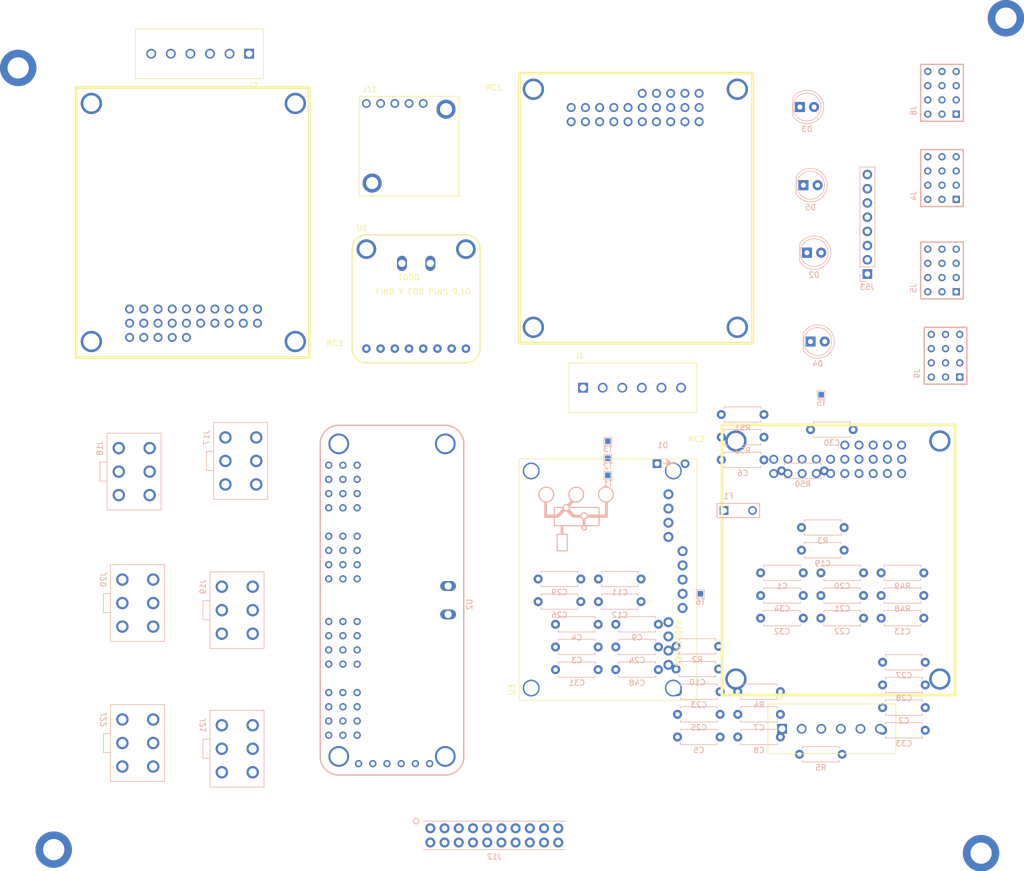
<source format=kicad_pcb>
(kicad_pcb (version 20171130) (host pcbnew "(5.1.10-1-10_14)")
  (layers (0 F.Cu signal) (31 B.Cu signal) (34 B.Paste user) (35 F.Paste user) (36 B.SilkS user) (37 F.SilkS user) (38 B.Mask user) (39 F.Mask user) (44 Edge.Cuts user))
  (net 0 "")
  (net 1 GND_motor)
  (net 2 +3.3V_motor)
  (net 3 +5V_motor)
  (net 4 "/Motor Board/RC1EN1A")
  (net 5 "/Motor Board/RC1EN1B")
  (net 6 "/Motor Board/RC1EN2A")
  (net 7 "/Motor Board/RC1EN2B")
  (net 8 "/Motor Board/RC2EN1A")
  (net 9 "/Motor Board/RC2EN1B")
  (net 10 "/Motor Board/RC2EN2A")
  (net 11 "/Motor Board/RC2EN2B")
  (net 12 "/Motor Board/RC3EN1A")
  (net 13 "/Motor Board/RC3EN1B")
  (net 14 "/Motor Board/RC3EN2A")
  (net 15 "/Motor Board/RC3EN2B")
  (net 16 "/Motor Board/BATTPOS")
  (net 17 "/Motor Board/SWIN")
  (net 18 "Net-(D2-Pad2)")
  (net 19 "Net-(D3-Pad2)")
  (net 20 "Net-(D4-Pad2)")
  (net 21 "Net-(D5-Pad2)")
  (net 22 "/Motor Board/RC1M1A")
  (net 23 "/Motor Board/RC1M1B")
  (net 24 +BATT)
  (net 25 "/Motor Board/RC1M2A")
  (net 26 "/Motor Board/RC1M2B")
  (net 27 "/Motor Board/RC2M2B")
  (net 28 "/Motor Board/RC2M2A")
  (net 29 "/Motor Board/RC2M1B")
  (net 30 "/Motor Board/RC2M1A")
  (net 31 "/Motor Board/RC3M1A")
  (net 32 "/Motor Board/RC3M1B")
  (net 33 "/Motor Board/RC3M2A")
  (net 34 "/Motor Board/RC3M2B")
  (net 35 "/Motor Board/servo_pwm_ch7")
  (net 36 "/Motor Board/servo_pwm_ch6")
  (net 37 "/Motor Board/servo_pwm_ch5")
  (net 38 "/Motor Board/servo_pwm_ch4")
  (net 39 "/Motor Board/servo_pwm_ch8")
  (net 40 "/Motor Board/servo_pwm_ch9")
  (net 41 "/Motor Board/servo_pwm_ch10")
  (net 42 "/Motor Board/servo_pwm_ch11")
  (net 43 "/Motor Board/servo_pwm_ch15")
  (net 44 "/Motor Board/servo_pwm_ch14")
  (net 45 "/Motor Board/servo_pwm_ch13")
  (net 46 "/Motor Board/servo_pwm_ch12")
  (net 47 "/Motor Board/servo_pwm_ch0")
  (net 48 "/Motor Board/servo_pwm_ch1")
  (net 49 "/Motor Board/servo_pwm_ch2")
  (net 50 "/Motor Board/servo_pwm_ch3")
  (net 51 "Net-(J11-Pad1)")
  (net 52 "Net-(J11-Pad2)")
  (net 53 +12V_motor)
  (net 54 "/Motor Board/TXD")
  (net 55 "/Motor Board/SCL_rpi")
  (net 56 "Net-(J12-Pad11)")
  (net 57 "Net-(J12-Pad15)")
  (net 58 "/Motor Board/alert")
  (net 59 "/Motor Board/E_STOP")
  (net 60 "/Motor Board/RXD")
  (net 61 "/Motor Board/SDA_rpi")
  (net 62 "Net-(J12-Pad12)")
  (net 63 "/Motor Board/E_STOP3")
  (net 64 "/Motor Board/OEservos")
  (net 65 "/Motor Board/E_STOP2")
  (net 66 "Net-(J53-Pad8)")
  (net 67 "Net-(R2-Pad2)")
  (net 68 "Net-(RC1-Pad1)")
  (net 69 "Net-(RC1-Pad2)")
  (net 70 "Net-(RC1-Pad3)")
  (net 71 "Net-(RC1-Pad4)")
  (net 72 "Net-(RC1-Pad5)")
  (net 73 "Net-(RC1-Pad6)")
  (net 74 "Net-(RC1-Pad11)")
  (net 75 "Net-(RC1-Pad12)")
  (net 76 "Net-(RC1-Pad13)")
  (net 77 "Net-(RC1-Pad14)")
  (net 78 "Net-(RC1-Pad15)")
  (net 79 "Net-(RC1-Pad16)")
  (net 80 "Net-(RC1-Pad17)")
  (net 81 "Net-(RC1-Pad18)")
  (net 82 "Net-(RC1-Pad19)")
  (net 83 "Net-(RC1-Pad20)")
  (net 84 "Net-(RC2-Pad20)")
  (net 85 "Net-(RC2-Pad19)")
  (net 86 "Net-(RC2-Pad18)")
  (net 87 "Net-(RC2-Pad17)")
  (net 88 "Net-(RC2-Pad16)")
  (net 89 "Net-(RC2-Pad15)")
  (net 90 "Net-(RC2-Pad14)")
  (net 91 "Net-(RC2-Pad13)")
  (net 92 "Net-(RC2-Pad12)")
  (net 93 "Net-(RC2-Pad11)")
  (net 94 "Net-(RC2-Pad6)")
  (net 95 "Net-(RC2-Pad5)")
  (net 96 "Net-(RC2-Pad4)")
  (net 97 "Net-(RC2-Pad3)")
  (net 98 "Net-(RC2-Pad2)")
  (net 99 "Net-(RC2-Pad1)")
  (net 100 "Net-(RC3-Pad1)")
  (net 101 "Net-(RC3-Pad2)")
  (net 102 "Net-(RC3-Pad3)")
  (net 103 "Net-(RC3-Pad4)")
  (net 104 "Net-(RC3-Pad5)")
  (net 105 "Net-(RC3-Pad6)")
  (net 106 "Net-(RC3-Pad11)")
  (net 107 "Net-(RC3-Pad12)")
  (net 108 "Net-(RC3-Pad13)")
  (net 109 "Net-(RC3-Pad14)")
  (net 110 "Net-(RC3-Pad15)")
  (net 111 "Net-(RC3-Pad16)")
  (net 112 "Net-(RC3-Pad17)")
  (net 113 "Net-(RC3-Pad18)")
  (net 114 "Net-(RC3-Pad19)")
  (net 115 "Net-(RC3-Pad20)")
  (net 116 "Net-(T1-Pad1)")
  (net 117 "Net-(U1-Pad6)")
  (net 118 "Net-(U1-Pad7)")
  (net 119 "Net-(U1-Pad8)")
  (net 120 "Net-(U2-Pad1)")
  (net 121 "Net-(U2-Pad10)")
  (net 122 "Net-(U2-Pad11)")
  (net 123 "Net-(U3-Pad5)")
  (net 124 "Net-(U3-Pad6)")
  (net 125 "Net-(U3-Pad7)")
  (net 126 "Net-(U3-Pad8)")
  (net 127 "Net-(U3-Pad9)")
  (module Resistor_THT:R_Axial_DIN0207_L6.3mm_D2.5mm_P7.62mm_Horizontal (layer B.Cu) (at 159.360001 119.449999)
    (fp_text reference C1 (at 3.81 2.37) (layer B.SilkS) (effects (justify mirror)))
    (fp_text value 100nf)
    (pad 2 thru_hole oval (at 7.62 0) (size 1.6 1.6) (drill 0.8) (layers *.Cu *.Mask) (net 1 GND_motor))
    (pad 1 thru_hole circle (at 0 0) (size 1.6 1.6) (drill 0.8) (layers *.Cu *.Mask) (net 2 +3.3V_motor))
  )
  (module Resistor_THT:R_Axial_DIN0207_L6.3mm_D2.5mm_P7.62mm_Horizontal (layer B.Cu) (at 181.160001 143.529999)
    (fp_text reference C2 (at 3.81 2.37) (layer B.SilkS) (effects (justify mirror)))
    (fp_text value 100nf)
    (pad 1 thru_hole circle (at 0 0) (size 1.6 1.6) (drill 0.8) (layers *.Cu *.Mask) (net 3 +5V_motor))
    (pad 2 thru_hole oval (at 7.62 0) (size 1.6 1.6) (drill 0.8) (layers *.Cu *.Mask) (net 1 GND_motor))
  )
  (module Resistor_THT:R_Axial_DIN0207_L6.3mm_D2.5mm_P7.62mm_Horizontal (layer B.Cu) (at 122.700001 132.694999)
    (fp_text reference C3 (at 3.81 2.37) (layer B.SilkS) (effects (justify mirror)))
    (fp_text value 100nf)
    (pad 2 thru_hole oval (at 7.62 0) (size 1.6 1.6) (drill 0.8) (layers *.Cu *.Mask) (net 1 GND_motor))
    (pad 1 thru_hole circle (at 0 0) (size 1.6 1.6) (drill 0.8) (layers *.Cu *.Mask) (net 3 +5V_motor))
  )
  (module Resistor_THT:R_Axial_DIN0207_L6.3mm_D2.5mm_P7.62mm_Horizontal (layer B.Cu) (at 122.700001 128.644999)
    (fp_text reference C4 (at 3.81 2.37) (layer B.SilkS) (effects (justify mirror)))
    (fp_text value 100nf)
    (pad 1 thru_hole circle (at 0 0) (size 1.6 1.6) (drill 0.8) (layers *.Cu *.Mask) (net 3 +5V_motor))
    (pad 2 thru_hole oval (at 7.62 0) (size 1.6 1.6) (drill 0.8) (layers *.Cu *.Mask) (net 1 GND_motor))
  )
  (module Resistor_THT:R_Axial_DIN0207_L6.3mm_D2.5mm_P7.62mm_Horizontal (layer B.Cu) (at 144.500001 148.784999)
    (fp_text reference C5 (at 3.81 2.37) (layer B.SilkS) (effects (justify mirror)))
    (fp_text value 100nf)
    (pad 1 thru_hole circle (at 0 0) (size 1.6 1.6) (drill 0.8) (layers *.Cu *.Mask) (net 3 +5V_motor))
    (pad 2 thru_hole oval (at 7.62 0) (size 1.6 1.6) (drill 0.8) (layers *.Cu *.Mask) (net 1 GND_motor))
  )
  (module Resistor_THT:R_Axial_DIN0207_L6.3mm_D2.5mm_P7.62mm_Horizontal (layer B.Cu) (at 152.330001 99.254999)
    (fp_text reference C6 (at 3.81 2.37) (layer B.SilkS) (effects (justify mirror)))
    (fp_text value 100nf)
    (pad 2 thru_hole oval (at 7.62 0) (size 1.6 1.6) (drill 0.8) (layers *.Cu *.Mask) (net 1 GND_motor))
    (pad 1 thru_hole circle (at 0 0) (size 1.6 1.6) (drill 0.8) (layers *.Cu *.Mask) (net 3 +5V_motor))
  )
  (module Resistor_THT:R_Axial_DIN0207_L6.3mm_D2.5mm_P7.62mm_Horizontal (layer B.Cu) (at 155.270001 144.734999)
    (fp_text reference C7 (at 3.81 2.37) (layer B.SilkS) (effects (justify mirror)))
    (fp_text value 100nf)
    (pad 1 thru_hole circle (at 0 0) (size 1.6 1.6) (drill 0.8) (layers *.Cu *.Mask) (net 3 +5V_motor))
    (pad 2 thru_hole oval (at 7.62 0) (size 1.6 1.6) (drill 0.8) (layers *.Cu *.Mask) (net 1 GND_motor))
  )
  (module Resistor_THT:R_Axial_DIN0207_L6.3mm_D2.5mm_P7.62mm_Horizontal (layer B.Cu) (at 155.270001 148.784999)
    (fp_text reference C8 (at 3.81 2.37) (layer B.SilkS) (effects (justify mirror)))
    (fp_text value 100uf)
    (pad 2 thru_hole oval (at 7.62 0) (size 1.6 1.6) (drill 0.8) (layers *.Cu *.Mask) (net 3 +5V_motor))
    (pad 1 thru_hole circle (at 0 0) (size 1.6 1.6) (drill 0.8) (layers *.Cu *.Mask) (net 1 GND_motor))
  )
  (module Resistor_THT:R_Axial_DIN0207_L6.3mm_D2.5mm_P7.62mm_Horizontal (layer B.Cu) (at 133.470001 128.644999)
    (fp_text reference C9 (at 3.81 2.37) (layer B.SilkS) (effects (justify mirror)))
    (fp_text value 100uf)
    (pad 1 thru_hole circle (at 0 0) (size 1.6 1.6) (drill 0.8) (layers *.Cu *.Mask) (net 1 GND_motor))
    (pad 2 thru_hole oval (at 7.62 0) (size 1.6 1.6) (drill 0.8) (layers *.Cu *.Mask) (net 3 +5V_motor))
  )
  (module Resistor_THT:R_Axial_DIN0207_L6.3mm_D2.5mm_P7.62mm_Horizontal (layer B.Cu) (at 144.240001 136.634999)
    (fp_text reference C10 (at 3.81 2.37) (layer B.SilkS) (effects (justify mirror)))
    (fp_text value 100uf)
    (pad 2 thru_hole oval (at 7.62 0) (size 1.6 1.6) (drill 0.8) (layers *.Cu *.Mask) (net 3 +5V_motor))
    (pad 1 thru_hole circle (at 0 0) (size 1.6 1.6) (drill 0.8) (layers *.Cu *.Mask) (net 1 GND_motor))
  )
  (module Resistor_THT:R_Axial_DIN0207_L6.3mm_D2.5mm_P7.62mm_Horizontal (layer B.Cu) (at 130.370001 120.544999)
    (fp_text reference C11 (at 3.81 2.37) (layer B.SilkS) (effects (justify mirror)))
    (fp_text value 100uf)
    (pad 1 thru_hole circle (at 0 0) (size 1.6 1.6) (drill 0.8) (layers *.Cu *.Mask) (net 1 GND_motor))
    (pad 2 thru_hole oval (at 7.62 0) (size 1.6 1.6) (drill 0.8) (layers *.Cu *.Mask) (net 3 +5V_motor))
  )
  (module Resistor_THT:R_Axial_DIN0207_L6.3mm_D2.5mm_P7.62mm_Horizontal (layer B.Cu) (at 130.370001 124.594999)
    (fp_text reference C12 (at 3.81 2.37) (layer B.SilkS) (effects (justify mirror)))
    (fp_text value 100uf)
    (pad 2 thru_hole oval (at 7.62 0) (size 1.6 1.6) (drill 0.8) (layers *.Cu *.Mask) (net 3 +5V_motor))
    (pad 1 thru_hole circle (at 0 0) (size 1.6 1.6) (drill 0.8) (layers *.Cu *.Mask) (net 1 GND_motor))
  )
  (module Resistor_THT:R_Axial_DIN0207_L6.3mm_D2.5mm_P7.62mm_Horizontal (layer B.Cu) (at 180.900001 127.549999)
    (fp_text reference C13 (at 3.81 2.37) (layer B.SilkS) (effects (justify mirror)))
    (fp_text value 100uf)
    (pad 1 thru_hole circle (at 0 0) (size 1.6 1.6) (drill 0.8) (layers *.Cu *.Mask) (net 1 GND_motor))
    (pad 2 thru_hole oval (at 7.62 0) (size 1.6 1.6) (drill 0.8) (layers *.Cu *.Mask) (net 3 +5V_motor))
  )
  (module Resistor_THT:R_Axial_DIN0207_L6.3mm_D2.5mm_P7.62mm_Horizontal (layer B.Cu) (at 166.660001 115.399999)
    (fp_text reference C19 (at 3.81 2.37) (layer B.SilkS) (effects (justify mirror)))
    (fp_text value 10nf)
    (pad 2 thru_hole oval (at 7.62 0) (size 1.6 1.6) (drill 0.8) (layers *.Cu *.Mask) (net 1 GND_motor))
    (pad 1 thru_hole circle (at 0 0) (size 1.6 1.6) (drill 0.8) (layers *.Cu *.Mask) (net 4 "/Motor Board/RC1EN1A"))
  )
  (module Resistor_THT:R_Axial_DIN0207_L6.3mm_D2.5mm_P7.62mm_Horizontal (layer B.Cu) (at 170.130001 119.449999)
    (fp_text reference C20 (at 3.81 2.37) (layer B.SilkS) (effects (justify mirror)))
    (fp_text value 10nf)
    (pad 1 thru_hole circle (at 0 0) (size 1.6 1.6) (drill 0.8) (layers *.Cu *.Mask) (net 5 "/Motor Board/RC1EN1B"))
    (pad 2 thru_hole oval (at 7.62 0) (size 1.6 1.6) (drill 0.8) (layers *.Cu *.Mask) (net 1 GND_motor))
  )
  (module Resistor_THT:R_Axial_DIN0207_L6.3mm_D2.5mm_P7.62mm_Horizontal (layer B.Cu) (at 170.130001 123.499999)
    (fp_text reference C21 (at 3.81 2.37) (layer B.SilkS) (effects (justify mirror)))
    (fp_text value 10nf)
    (pad 2 thru_hole oval (at 7.62 0) (size 1.6 1.6) (drill 0.8) (layers *.Cu *.Mask) (net 1 GND_motor))
    (pad 1 thru_hole circle (at 0 0) (size 1.6 1.6) (drill 0.8) (layers *.Cu *.Mask) (net 6 "/Motor Board/RC1EN2A"))
  )
  (module Resistor_THT:R_Axial_DIN0207_L6.3mm_D2.5mm_P7.62mm_Horizontal (layer B.Cu) (at 170.130001 127.549999)
    (fp_text reference C22 (at 3.81 2.37) (layer B.SilkS) (effects (justify mirror)))
    (fp_text value 10nf)
    (pad 1 thru_hole circle (at 0 0) (size 1.6 1.6) (drill 0.8) (layers *.Cu *.Mask) (net 7 "/Motor Board/RC1EN2B"))
    (pad 2 thru_hole oval (at 7.62 0) (size 1.6 1.6) (drill 0.8) (layers *.Cu *.Mask) (net 1 GND_motor))
  )
  (module Resistor_THT:R_Axial_DIN0207_L6.3mm_D2.5mm_P7.62mm_Horizontal (layer B.Cu) (at 144.500001 140.684999)
    (fp_text reference C23 (at 3.81 2.37) (layer B.SilkS) (effects (justify mirror)))
    (fp_text value 10nf)
    (pad 2 thru_hole oval (at 7.62 0) (size 1.6 1.6) (drill 0.8) (layers *.Cu *.Mask) (net 1 GND_motor))
    (pad 1 thru_hole circle (at 0 0) (size 1.6 1.6) (drill 0.8) (layers *.Cu *.Mask) (net 8 "/Motor Board/RC2EN1A"))
  )
  (module Resistor_THT:R_Axial_DIN0207_L6.3mm_D2.5mm_P7.62mm_Horizontal (layer B.Cu) (at 133.470001 132.694999)
    (fp_text reference C24 (at 3.81 2.37) (layer B.SilkS) (effects (justify mirror)))
    (fp_text value 10nf)
    (pad 1 thru_hole circle (at 0 0) (size 1.6 1.6) (drill 0.8) (layers *.Cu *.Mask) (net 9 "/Motor Board/RC2EN1B"))
    (pad 2 thru_hole oval (at 7.62 0) (size 1.6 1.6) (drill 0.8) (layers *.Cu *.Mask) (net 1 GND_motor))
  )
  (module Resistor_THT:R_Axial_DIN0207_L6.3mm_D2.5mm_P7.62mm_Horizontal (layer B.Cu) (at 144.500001 144.734999)
    (fp_text reference C25 (at 3.81 2.37) (layer B.SilkS) (effects (justify mirror)))
    (fp_text value 10nf)
    (pad 2 thru_hole oval (at 7.62 0) (size 1.6 1.6) (drill 0.8) (layers *.Cu *.Mask) (net 1 GND_motor))
    (pad 1 thru_hole circle (at 0 0) (size 1.6 1.6) (drill 0.8) (layers *.Cu *.Mask) (net 10 "/Motor Board/RC2EN2A"))
  )
  (module Resistor_THT:R_Axial_DIN0207_L6.3mm_D2.5mm_P7.62mm_Horizontal (layer B.Cu) (at 119.600001 124.594999)
    (fp_text reference C26 (at 3.81 2.37) (layer B.SilkS) (effects (justify mirror)))
    (fp_text value 10nf)
    (pad 1 thru_hole circle (at 0 0) (size 1.6 1.6) (drill 0.8) (layers *.Cu *.Mask) (net 11 "/Motor Board/RC2EN2B"))
    (pad 2 thru_hole oval (at 7.62 0) (size 1.6 1.6) (drill 0.8) (layers *.Cu *.Mask) (net 1 GND_motor))
  )
  (module Resistor_THT:R_Axial_DIN0207_L6.3mm_D2.5mm_P7.62mm_Horizontal (layer B.Cu) (at 181.160001 135.429999)
    (fp_text reference C27 (at 3.81 2.37) (layer B.SilkS) (effects (justify mirror)))
    (fp_text value 10nf)
    (pad 2 thru_hole oval (at 7.62 0) (size 1.6 1.6) (drill 0.8) (layers *.Cu *.Mask) (net 1 GND_motor))
    (pad 1 thru_hole circle (at 0 0) (size 1.6 1.6) (drill 0.8) (layers *.Cu *.Mask) (net 12 "/Motor Board/RC3EN1A"))
  )
  (module Resistor_THT:R_Axial_DIN0207_L6.3mm_D2.5mm_P7.62mm_Horizontal (layer B.Cu) (at 181.160001 139.479999)
    (fp_text reference C28 (at 3.81 2.37) (layer B.SilkS) (effects (justify mirror)))
    (fp_text value 10nf)
    (pad 1 thru_hole circle (at 0 0) (size 1.6 1.6) (drill 0.8) (layers *.Cu *.Mask) (net 13 "/Motor Board/RC3EN1B"))
    (pad 2 thru_hole oval (at 7.62 0) (size 1.6 1.6) (drill 0.8) (layers *.Cu *.Mask) (net 1 GND_motor))
  )
  (module Resistor_THT:R_Axial_DIN0207_L6.3mm_D2.5mm_P7.62mm_Horizontal (layer B.Cu) (at 119.600001 120.544999)
    (fp_text reference C29 (at 3.81 2.37) (layer B.SilkS) (effects (justify mirror)))
    (fp_text value 10nf)
    (pad 2 thru_hole oval (at 7.62 0) (size 1.6 1.6) (drill 0.8) (layers *.Cu *.Mask) (net 1 GND_motor))
    (pad 1 thru_hole circle (at 0 0) (size 1.6 1.6) (drill 0.8) (layers *.Cu *.Mask) (net 14 "/Motor Board/RC3EN2A"))
  )
  (module Resistor_THT:R_Axial_DIN0207_L6.3mm_D2.5mm_P7.62mm_Horizontal (layer B.Cu) (at 168.275 93.844999)
    (fp_text reference C30 (at 3.81 2.37) (layer B.SilkS) (effects (justify mirror)))
    (fp_text value 10nf)
    (pad 1 thru_hole circle (at 0 0) (size 1.6 1.6) (drill 0.8) (layers *.Cu *.Mask) (net 15 "/Motor Board/RC3EN2B"))
    (pad 2 thru_hole oval (at 7.62 0) (size 1.6 1.6) (drill 0.8) (layers *.Cu *.Mask) (net 1 GND_motor))
  )
  (module Resistor_THT:R_Axial_DIN0207_L6.3mm_D2.5mm_P7.62mm_Horizontal (layer B.Cu) (at 122.700001 136.744999)
    (fp_text reference C31 (at 3.81 2.37) (layer B.SilkS) (effects (justify mirror)))
    (fp_text value 100uf)
    (pad 1 thru_hole circle (at 0 0) (size 1.6 1.6) (drill 0.8) (layers *.Cu *.Mask) (net 1 GND_motor))
    (pad 2 thru_hole oval (at 7.62 0) (size 1.6 1.6) (drill 0.8) (layers *.Cu *.Mask) (net 3 +5V_motor))
  )
  (module Resistor_THT:R_Axial_DIN0207_L6.3mm_D2.5mm_P7.62mm_Horizontal (layer B.Cu) (at 159.360001 127.549999)
    (fp_text reference C32 (at 3.81 2.37) (layer B.SilkS) (effects (justify mirror)))
    (fp_text value 100uf)
    (pad 1 thru_hole circle (at 0 0) (size 1.6 1.6) (drill 0.8) (layers *.Cu *.Mask) (net 1 GND_motor))
    (pad 2 thru_hole oval (at 7.62 0) (size 1.6 1.6) (drill 0.8) (layers *.Cu *.Mask) (net 3 +5V_motor))
  )
  (module Resistor_THT:R_Axial_DIN0207_L6.3mm_D2.5mm_P7.62mm_Horizontal (layer B.Cu) (at 181.160001 147.579999)
    (fp_text reference C33 (at 3.81 2.37) (layer B.SilkS) (effects (justify mirror)))
    (fp_text value 100uf)
    (pad 2 thru_hole oval (at 7.62 0) (size 1.6 1.6) (drill 0.8) (layers *.Cu *.Mask) (net 3 +5V_motor))
    (pad 1 thru_hole circle (at 0 0) (size 1.6 1.6) (drill 0.8) (layers *.Cu *.Mask) (net 1 GND_motor))
  )
  (module Resistor_THT:R_Axial_DIN0207_L6.3mm_D2.5mm_P7.62mm_Horizontal (layer B.Cu) (at 159.360001 123.499999)
    (fp_text reference C34 (at 3.81 2.37) (layer B.SilkS) (effects (justify mirror)))
    (fp_text value 100uf)
    (pad 1 thru_hole circle (at 0 0) (size 1.6 1.6) (drill 0.8) (layers *.Cu *.Mask) (net 1 GND_motor))
    (pad 2 thru_hole oval (at 7.62 0) (size 1.6 1.6) (drill 0.8) (layers *.Cu *.Mask) (net 3 +5V_motor))
  )
  (module Resistor_THT:R_Axial_DIN0207_L6.3mm_D2.5mm_P7.62mm_Horizontal (layer B.Cu) (at 133.470001 136.744999)
    (fp_text reference C48 (at 3.81 2.37) (layer B.SilkS) (effects (justify mirror)))
    (fp_text value 100nf)
    (pad 1 thru_hole circle (at 0 0) (size 1.6 1.6) (drill 0.8) (layers *.Cu *.Mask) (net 1 GND_motor))
    (pad 2 thru_hole oval (at 7.62 0) (size 1.6 1.6) (drill 0.8) (layers *.Cu *.Mask) (net 2 +3.3V_motor))
  )
  (module "JPL Robotics:497-2738-5-ND" (layer B.Cu) (at 140.85 99.942999)
    (fp_text reference D1 (at 1.016 -3.302) (layer B.SilkS) (effects (justify mirror)))
    (fp_text value D hide)
    (pad 1 thru_hole rect (at 0 0) (size 1.55 1.55) (drill 0.9) (layers *.Cu *.Mask) (net 16 "/Motor Board/BATTPOS"))
    (pad 2 thru_hole circle (at 5 0) (size 1.55 1.55) (drill 0.9) (layers *.Cu *.Mask) (net 17 "/Motor Board/SWIN"))
  )
  (module LED_THT:LED_D5.0mm (layer B.Cu) (at 167.64 62.23)
    (fp_text reference D2 (at 1.27 3.96) (layer B.SilkS) (effects (justify mirror)))
    (fp_text value "LED - WP1503GT (green)")
    (pad 1 thru_hole rect (at 0 0) (size 1.8 1.8) (drill 0.9) (layers *.Cu *.Mask) (net 1 GND_motor))
    (pad 2 thru_hole circle (at 2.54 0) (size 1.8 1.8) (drill 0.9) (layers *.Cu *.Mask) (net 18 "Net-(D2-Pad2)"))
  )
  (module LED_THT:LED_D5.0mm (layer B.Cu) (at 166.37 36.195)
    (fp_text reference D3 (at 1.27 3.96) (layer B.SilkS) (effects (justify mirror)))
    (fp_text value "LED - WP1503GT (green)")
    (pad 1 thru_hole rect (at 0 0) (size 1.8 1.8) (drill 0.9) (layers *.Cu *.Mask) (net 1 GND_motor))
    (pad 2 thru_hole circle (at 2.54 0) (size 1.8 1.8) (drill 0.9) (layers *.Cu *.Mask) (net 19 "Net-(D3-Pad2)"))
  )
  (module LED_THT:LED_D5.0mm (layer B.Cu) (at 168.275 78.105)
    (fp_text reference D4 (at 1.27 3.96) (layer B.SilkS) (effects (justify mirror)))
    (fp_text value "LED - WP1503GT (green)")
    (pad 2 thru_hole circle (at 2.54 0) (size 1.8 1.8) (drill 0.9) (layers *.Cu *.Mask) (net 20 "Net-(D4-Pad2)"))
    (pad 1 thru_hole rect (at 0 0) (size 1.8 1.8) (drill 0.9) (layers *.Cu *.Mask) (net 1 GND_motor))
  )
  (module LED_THT:LED_D5.0mm (layer B.Cu) (at 167.005 50.165)
    (fp_text reference D5 (at 1.27 3.96) (layer B.SilkS) (effects (justify mirror)))
    (fp_text value "LED - WP1503GT (green)")
    (pad 2 thru_hole circle (at 2.54 0) (size 1.8 1.8) (drill 0.9) (layers *.Cu *.Mask) (net 21 "Net-(D5-Pad2)"))
    (pad 1 thru_hole rect (at 0 0) (size 1.8 1.8) (drill 0.9) (layers *.Cu *.Mask) (net 1 GND_motor))
  )
  (module "JPL Robotics:507-1937-1-ND" (layer B.Cu) (at 152.830001 108.304999)
    (fp_text reference F1 (at 0.762 -2.54) (layer B.SilkS) (effects (justify mirror)))
    (fp_text value Fuse hide)
    (pad 1 thru_hole rect (at 0 0) (size 1.55 1.55) (drill 1) (layers *.Cu *.Mask) (net 16 "/Motor Board/BATTPOS"))
    (pad 2 thru_hole circle (at 5.08 0) (size 1.55 1.55) (drill 1) (layers *.Cu *.Mask) (net 17 "/Motor Board/SWIN"))
  )
  (module "JPL Robotics:ED2627-ND" (layer B.Cu) (at 127.635 86.36)
    (fp_text reference J1 (at -0.635 -5.715) (layer F.SilkS))
    (fp_text value ED2627-ND hide)
    (pad 1 thru_hole rect (at 0 0) (size 1.75 1.75) (drill 1.2) (layers *.Cu *.Mask) (net 22 "/Motor Board/RC1M1A"))
    (pad 2 thru_hole circle (at 3.5 0) (size 1.75 1.75) (drill 1.2) (layers *.Cu *.Mask) (net 23 "/Motor Board/RC1M1B"))
    (pad 3 thru_hole circle (at 7 0) (size 1.75 1.75) (drill 1.2) (layers *.Cu *.Mask) (net 24 +BATT))
    (pad 4 thru_hole circle (at 10.5 0) (size 1.75 1.75) (drill 1.2) (layers *.Cu *.Mask) (net 1 GND_motor))
    (pad 5 thru_hole circle (at 14 0) (size 1.75 1.75) (drill 1.2) (layers *.Cu *.Mask) (net 25 "/Motor Board/RC1M2A"))
    (pad 6 thru_hole circle (at 17.5 0) (size 1.75 1.75) (drill 1.2) (layers *.Cu *.Mask) (net 26 "/Motor Board/RC1M2B"))
  )
  (module "JPL Robotics:ED2627-ND" (layer B.Cu) (at 67.945 26.67 180)
    (fp_text reference J2 (at -0.635 -5.715) (layer F.SilkS))
    (fp_text value ED2627-ND hide)
    (pad 6 thru_hole circle (at 17.5 0 180) (size 1.75 1.75) (drill 1.2) (layers *.Cu *.Mask) (net 27 "/Motor Board/RC2M2B"))
    (pad 5 thru_hole circle (at 14 0 180) (size 1.75 1.75) (drill 1.2) (layers *.Cu *.Mask) (net 28 "/Motor Board/RC2M2A"))
    (pad 4 thru_hole circle (at 10.5 0 180) (size 1.75 1.75) (drill 1.2) (layers *.Cu *.Mask) (net 1 GND_motor))
    (pad 3 thru_hole circle (at 7 0 180) (size 1.75 1.75) (drill 1.2) (layers *.Cu *.Mask) (net 24 +BATT))
    (pad 2 thru_hole circle (at 3.5 0 180) (size 1.75 1.75) (drill 1.2) (layers *.Cu *.Mask) (net 29 "/Motor Board/RC2M1B"))
    (pad 1 thru_hole rect (at 0 0 180) (size 1.75 1.75) (drill 1.2) (layers *.Cu *.Mask) (net 30 "/Motor Board/RC2M1A"))
  )
  (module "JPL Robotics:ED2627-ND" (layer B.Cu) (at 163.195 147.32)
    (fp_text reference J3 (at -0.635 -5.715) (layer F.SilkS))
    (fp_text value ED2627-ND hide)
    (pad 1 thru_hole rect (at 0 0) (size 1.75 1.75) (drill 1.2) (layers *.Cu *.Mask) (net 31 "/Motor Board/RC3M1A"))
    (pad 2 thru_hole circle (at 3.5 0) (size 1.75 1.75) (drill 1.2) (layers *.Cu *.Mask) (net 32 "/Motor Board/RC3M1B"))
    (pad 3 thru_hole circle (at 7 0) (size 1.75 1.75) (drill 1.2) (layers *.Cu *.Mask) (net 24 +BATT))
    (pad 4 thru_hole circle (at 10.5 0) (size 1.75 1.75) (drill 1.2) (layers *.Cu *.Mask) (net 1 GND_motor))
    (pad 5 thru_hole circle (at 14 0) (size 1.75 1.75) (drill 1.2) (layers *.Cu *.Mask) (net 33 "/Motor Board/RC3M2A"))
    (pad 6 thru_hole circle (at 17.5 0) (size 1.75 1.75) (drill 1.2) (layers *.Cu *.Mask) (net 34 "/Motor Board/RC3M2B"))
  )
  (module "JPL Robotics:TSW-104-07-FT" (layer B.Cu) (at 194.31 52.705 90)
    (fp_text reference J4 (at 0.635 -7.62 90) (layer B.SilkS) (effects (justify mirror)))
    (fp_text value TSW-104-07-F-T)
    (pad 12 thru_hole circle (at 7.62 -5.08 90) (size 1.3 1.3) (drill 0.76) (layers *.Cu *.Mask) (net 1 GND_motor))
    (pad 11 thru_hole circle (at 7.62 -2.54 90) (size 1.3 1.3) (drill 0.76) (layers *.Cu *.Mask) (net 3 +5V_motor))
    (pad 10 thru_hole circle (at 7.62 0 90) (size 1.3 1.3) (drill 0.76) (layers *.Cu *.Mask) (net 35 "/Motor Board/servo_pwm_ch7"))
    (pad 9 thru_hole circle (at 5.08 -5.08 90) (size 1.3 1.3) (drill 0.76) (layers *.Cu *.Mask) (net 1 GND_motor))
    (pad 8 thru_hole circle (at 5.08 -2.54 90) (size 1.3 1.3) (drill 0.76) (layers *.Cu *.Mask) (net 3 +5V_motor))
    (pad 7 thru_hole circle (at 5.08 0 90) (size 1.3 1.3) (drill 0.76) (layers *.Cu *.Mask) (net 36 "/Motor Board/servo_pwm_ch6"))
    (pad 6 thru_hole circle (at 2.54 -5.08 90) (size 1.3 1.3) (drill 0.76) (layers *.Cu *.Mask) (net 1 GND_motor))
    (pad 5 thru_hole circle (at 2.54 -2.54 90) (size 1.3 1.3) (drill 0.76) (layers *.Cu *.Mask) (net 3 +5V_motor))
    (pad 4 thru_hole circle (at 2.54 0 90) (size 1.3 1.3) (drill 0.76) (layers *.Cu *.Mask) (net 37 "/Motor Board/servo_pwm_ch5"))
    (pad 3 thru_hole circle (at 0 -5.08 90) (size 1.3 1.3) (drill 0.76) (layers *.Cu *.Mask) (net 1 GND_motor))
    (pad 2 thru_hole circle (at 0 -2.54 90) (size 1.3 1.3) (drill 0.76) (layers *.Cu *.Mask) (net 3 +5V_motor))
    (pad 1 thru_hole rect (at 0 0 90) (size 1.3 1.3) (drill 0.76) (layers *.Cu *.Mask) (net 38 "/Motor Board/servo_pwm_ch4"))
  )
  (module "JPL Robotics:TSW-104-07-FT" (layer B.Cu) (at 194.31 69.215 90)
    (fp_text reference J5 (at 0.635 -7.62 90) (layer B.SilkS) (effects (justify mirror)))
    (fp_text value TSW-104-07-F-T)
    (pad 1 thru_hole rect (at 0 0 90) (size 1.3 1.3) (drill 0.76) (layers *.Cu *.Mask) (net 39 "/Motor Board/servo_pwm_ch8"))
    (pad 2 thru_hole circle (at 0 -2.54 90) (size 1.3 1.3) (drill 0.76) (layers *.Cu *.Mask) (net 3 +5V_motor))
    (pad 3 thru_hole circle (at 0 -5.08 90) (size 1.3 1.3) (drill 0.76) (layers *.Cu *.Mask) (net 1 GND_motor))
    (pad 4 thru_hole circle (at 2.54 0 90) (size 1.3 1.3) (drill 0.76) (layers *.Cu *.Mask) (net 40 "/Motor Board/servo_pwm_ch9"))
    (pad 5 thru_hole circle (at 2.54 -2.54 90) (size 1.3 1.3) (drill 0.76) (layers *.Cu *.Mask) (net 3 +5V_motor))
    (pad 6 thru_hole circle (at 2.54 -5.08 90) (size 1.3 1.3) (drill 0.76) (layers *.Cu *.Mask) (net 1 GND_motor))
    (pad 7 thru_hole circle (at 5.08 0 90) (size 1.3 1.3) (drill 0.76) (layers *.Cu *.Mask) (net 41 "/Motor Board/servo_pwm_ch10"))
    (pad 8 thru_hole circle (at 5.08 -2.54 90) (size 1.3 1.3) (drill 0.76) (layers *.Cu *.Mask) (net 3 +5V_motor))
    (pad 9 thru_hole circle (at 5.08 -5.08 90) (size 1.3 1.3) (drill 0.76) (layers *.Cu *.Mask) (net 1 GND_motor))
    (pad 10 thru_hole circle (at 7.62 0 90) (size 1.3 1.3) (drill 0.76) (layers *.Cu *.Mask) (net 42 "/Motor Board/servo_pwm_ch11"))
    (pad 11 thru_hole circle (at 7.62 -2.54 90) (size 1.3 1.3) (drill 0.76) (layers *.Cu *.Mask) (net 3 +5V_motor))
    (pad 12 thru_hole circle (at 7.62 -5.08 90) (size 1.3 1.3) (drill 0.76) (layers *.Cu *.Mask) (net 1 GND_motor))
  )
  (module "JPL Robotics:TSW-104-07-FT" (layer B.Cu) (at 194.31 37.465 90)
    (fp_text reference J8 (at 0.635 -7.62 90) (layer B.SilkS) (effects (justify mirror)))
    (fp_text value TSW-104-07-F-T)
    (pad 12 thru_hole circle (at 7.62 -5.08 90) (size 1.3 1.3) (drill 0.76) (layers *.Cu *.Mask) (net 1 GND_motor))
    (pad 11 thru_hole circle (at 7.62 -2.54 90) (size 1.3 1.3) (drill 0.76) (layers *.Cu *.Mask) (net 3 +5V_motor))
    (pad 10 thru_hole circle (at 7.62 0 90) (size 1.3 1.3) (drill 0.76) (layers *.Cu *.Mask) (net 43 "/Motor Board/servo_pwm_ch15"))
    (pad 9 thru_hole circle (at 5.08 -5.08 90) (size 1.3 1.3) (drill 0.76) (layers *.Cu *.Mask) (net 1 GND_motor))
    (pad 8 thru_hole circle (at 5.08 -2.54 90) (size 1.3 1.3) (drill 0.76) (layers *.Cu *.Mask) (net 3 +5V_motor))
    (pad 7 thru_hole circle (at 5.08 0 90) (size 1.3 1.3) (drill 0.76) (layers *.Cu *.Mask) (net 44 "/Motor Board/servo_pwm_ch14"))
    (pad 6 thru_hole circle (at 2.54 -5.08 90) (size 1.3 1.3) (drill 0.76) (layers *.Cu *.Mask) (net 1 GND_motor))
    (pad 5 thru_hole circle (at 2.54 -2.54 90) (size 1.3 1.3) (drill 0.76) (layers *.Cu *.Mask) (net 3 +5V_motor))
    (pad 4 thru_hole circle (at 2.54 0 90) (size 1.3 1.3) (drill 0.76) (layers *.Cu *.Mask) (net 45 "/Motor Board/servo_pwm_ch13"))
    (pad 3 thru_hole circle (at 0 -5.08 90) (size 1.3 1.3) (drill 0.76) (layers *.Cu *.Mask) (net 1 GND_motor))
    (pad 2 thru_hole circle (at 0 -2.54 90) (size 1.3 1.3) (drill 0.76) (layers *.Cu *.Mask) (net 3 +5V_motor))
    (pad 1 thru_hole rect (at 0 0 90) (size 1.3 1.3) (drill 0.76) (layers *.Cu *.Mask) (net 46 "/Motor Board/servo_pwm_ch12"))
  )
  (module "JPL Robotics:TSW-104-07-FT" (layer B.Cu) (at 194.945 84.455 90)
    (fp_text reference J9 (at 0.635 -7.62 90) (layer B.SilkS) (effects (justify mirror)))
    (fp_text value TSW-104-07-F-T)
    (pad 1 thru_hole rect (at 0 0 90) (size 1.3 1.3) (drill 0.76) (layers *.Cu *.Mask) (net 47 "/Motor Board/servo_pwm_ch0"))
    (pad 2 thru_hole circle (at 0 -2.54 90) (size 1.3 1.3) (drill 0.76) (layers *.Cu *.Mask) (net 3 +5V_motor))
    (pad 3 thru_hole circle (at 0 -5.08 90) (size 1.3 1.3) (drill 0.76) (layers *.Cu *.Mask) (net 1 GND_motor))
    (pad 4 thru_hole circle (at 2.54 0 90) (size 1.3 1.3) (drill 0.76) (layers *.Cu *.Mask) (net 48 "/Motor Board/servo_pwm_ch1"))
    (pad 5 thru_hole circle (at 2.54 -2.54 90) (size 1.3 1.3) (drill 0.76) (layers *.Cu *.Mask) (net 3 +5V_motor))
    (pad 6 thru_hole circle (at 2.54 -5.08 90) (size 1.3 1.3) (drill 0.76) (layers *.Cu *.Mask) (net 1 GND_motor))
    (pad 7 thru_hole circle (at 5.08 0 90) (size 1.3 1.3) (drill 0.76) (layers *.Cu *.Mask) (net 49 "/Motor Board/servo_pwm_ch2"))
    (pad 8 thru_hole circle (at 5.08 -2.54 90) (size 1.3 1.3) (drill 0.76) (layers *.Cu *.Mask) (net 3 +5V_motor))
    (pad 9 thru_hole circle (at 5.08 -5.08 90) (size 1.3 1.3) (drill 0.76) (layers *.Cu *.Mask) (net 1 GND_motor))
    (pad 10 thru_hole circle (at 7.62 0 90) (size 1.3 1.3) (drill 0.76) (layers *.Cu *.Mask) (net 50 "/Motor Board/servo_pwm_ch3"))
    (pad 11 thru_hole circle (at 7.62 -2.54 90) (size 1.3 1.3) (drill 0.76) (layers *.Cu *.Mask) (net 3 +5V_motor))
    (pad 12 thru_hole circle (at 7.62 -5.08 90) (size 1.3 1.3) (drill 0.76) (layers *.Cu *.Mask) (net 1 GND_motor))
  )
  (module "JPL Robotics:D24V22F12 Regulator" (layer B.Cu) (at 88.9 35.56)
    (fp_text reference J11 (at 0.635 -2.54) (layer F.SilkS))
    (fp_text value S7038-ND_regulator_D24V22F12)
    (pad "" np_thru_hole circle (at 14.23 1.03) (size 3.4 3.4) (drill 2.18) (layers *.Cu *.Mask))
    (pad "" np_thru_hole circle (at 1.03 14.23) (size 3.4 3.4) (drill 2.18) (layers *.Cu *.Mask))
    (pad 1 thru_hole circle (at 0 0) (size 1.56 1.56) (drill 1.02) (layers *.Cu *.Mask) (net 51 "Net-(J11-Pad1)"))
    (pad 2 thru_hole circle (at 2.54 0) (size 1.56 1.56) (drill 1.02) (layers *.Cu *.Mask) (net 52 "Net-(J11-Pad2)"))
    (pad 3 thru_hole circle (at 5.08 0) (size 1.56 1.56) (drill 1.02) (layers *.Cu *.Mask) (net 24 +BATT))
    (pad 4 thru_hole circle (at 7.62 0) (size 1.56 1.56) (drill 1.02) (layers *.Cu *.Mask) (net 1 GND_motor))
    (pad 5 thru_hole circle (at 10.16 0) (size 1.56 1.56) (drill 1.02) (layers *.Cu *.Mask) (net 53 +12V_motor))
  )
  (module "JPL Robotics:PPTC102LFBN-RC" (layer B.Cu) (at 100.33 165.1)
    (fp_text reference J12 (at 11.43 5.08) (layer B.SilkS) (effects (justify mirror)))
    (fp_text value PPTC102LFBN-RC)
    (pad 1 thru_hole circle (at 0 0) (size 1.778 1.778) (drill 1.016) (layers *.Cu *.Mask) (net 3 +5V_motor))
    (pad 2 thru_hole circle (at 0 2.54) (size 1.778 1.778) (drill 1.016) (layers *.Cu *.Mask) (net 3 +5V_motor))
    (pad 3 thru_hole circle (at 2.54 0) (size 1.778 1.778) (drill 1.016) (layers *.Cu *.Mask) (net 54 "/Motor Board/TXD"))
    (pad 5 thru_hole circle (at 5.08 0) (size 1.778 1.778) (drill 1.016) (layers *.Cu *.Mask) (net 1 GND_motor))
    (pad 7 thru_hole circle (at 7.62 0) (size 1.778 1.778) (drill 1.016) (layers *.Cu *.Mask) (net 55 "/Motor Board/SCL_rpi"))
    (pad 9 thru_hole circle (at 10.16 0) (size 1.778 1.778) (drill 1.016) (layers *.Cu *.Mask) (net 53 +12V_motor))
    (pad 11 thru_hole circle (at 12.7 0) (size 1.778 1.778) (drill 1.016) (layers *.Cu *.Mask) (net 56 "Net-(J12-Pad11)"))
    (pad 13 thru_hole circle (at 15.24 0) (size 1.778 1.778) (drill 1.016) (layers *.Cu *.Mask) (net 2 +3.3V_motor))
    (pad 15 thru_hole circle (at 17.78 0) (size 1.778 1.778) (drill 1.016) (layers *.Cu *.Mask) (net 57 "Net-(J12-Pad15)"))
    (pad 17 thru_hole circle (at 20.32 0) (size 1.778 1.778) (drill 1.016) (layers *.Cu *.Mask) (net 58 "/Motor Board/alert"))
    (pad 19 thru_hole circle (at 22.86 0) (size 1.778 1.778) (drill 1.016) (layers *.Cu *.Mask) (net 59 "/Motor Board/E_STOP"))
    (pad 4 thru_hole circle (at 2.54 2.54) (size 1.778 1.778) (drill 1.016) (layers *.Cu *.Mask) (net 60 "/Motor Board/RXD"))
    (pad 6 thru_hole circle (at 5.08 2.54) (size 1.778 1.778) (drill 1.016) (layers *.Cu *.Mask) (net 1 GND_motor))
    (pad 8 thru_hole circle (at 7.62 2.54) (size 1.778 1.778) (drill 1.016) (layers *.Cu *.Mask) (net 61 "/Motor Board/SDA_rpi"))
    (pad 10 thru_hole circle (at 10.16 2.54) (size 1.778 1.778) (drill 1.016) (layers *.Cu *.Mask) (net 53 +12V_motor))
    (pad 12 thru_hole circle (at 12.7 2.54) (size 1.778 1.778) (drill 1.016) (layers *.Cu *.Mask) (net 62 "Net-(J12-Pad12)"))
    (pad 14 thru_hole circle (at 15.24 2.54) (size 1.778 1.778) (drill 1.016) (layers *.Cu *.Mask) (net 2 +3.3V_motor))
    (pad 16 thru_hole circle (at 17.78 2.54) (size 1.778 1.778) (drill 1.016) (layers *.Cu *.Mask) (net 63 "/Motor Board/E_STOP3"))
    (pad 18 thru_hole circle (at 20.32 2.54) (size 1.778 1.778) (drill 1.016) (layers *.Cu *.Mask) (net 64 "/Motor Board/OEservos"))
    (pad 20 thru_hole circle (at 22.86 2.54) (size 1.778 1.778) (drill 1.016) (layers *.Cu *.Mask) (net 65 "/Motor Board/E_STOP2"))
  )
  (module "JPL Robotics:Molex_172675-0613" (layer B.Cu) (at 69.215 95.25 270)
    (fp_text reference J17 (at 0 8.89 270) (layer B.SilkS) (effects (justify mirror)))
    (fp_text value Molex_172675-0613)
    (pad "" np_thru_hole circle (at -4.70408 5.0546 270) (size 2.9972 2.9972) (drill 2.9972) (layers *.Cu *.Mask))
    (pad "" np_thru_hole circle (at 13.10132 5.0546 270) (size 2.9972 2.9972) (drill 2.9972) (layers *.Cu *.Mask))
    (pad 4 thru_hole circle (at 8.40232 5.5118 270) (size 2.2098 2.2098) (drill 1.4478) (layers *.Cu *.Mask) (net 3 +5V_motor))
    (pad 5 thru_hole circle (at 4.20116 5.5118 270) (size 2.2098 2.2098) (drill 1.4478) (layers *.Cu *.Mask) (net 4 "/Motor Board/RC1EN1A"))
    (pad 6 thru_hole circle (at 0 5.5118 270) (size 2.2098 2.2098) (drill 1.4478) (layers *.Cu *.Mask) (net 5 "/Motor Board/RC1EN1B"))
    (pad 1 thru_hole circle (at 8.40232 0 270) (size 2.2098 2.2098) (drill 1.4478) (layers *.Cu *.Mask) (net 22 "/Motor Board/RC1M1A"))
    (pad 2 thru_hole circle (at 4.20116 0 270) (size 2.2098 2.2098) (drill 1.4478) (layers *.Cu *.Mask) (net 23 "/Motor Board/RC1M1B"))
    (pad 3 thru_hole circle (at 0 0 270) (size 2.2098 2.2098) (drill 1.4478) (layers *.Cu *.Mask) (net 1 GND_motor))
  )
  (module "JPL Robotics:Molex_172675-0613" (layer B.Cu) (at 50.165 97.155 270)
    (fp_text reference J18 (at 0 8.89 270) (layer B.SilkS) (effects (justify mirror)))
    (fp_text value Molex_172675-0613)
    (pad 3 thru_hole circle (at 0 0 270) (size 2.2098 2.2098) (drill 1.4478) (layers *.Cu *.Mask) (net 1 GND_motor))
    (pad 2 thru_hole circle (at 4.20116 0 270) (size 2.2098 2.2098) (drill 1.4478) (layers *.Cu *.Mask) (net 26 "/Motor Board/RC1M2B"))
    (pad 1 thru_hole circle (at 8.40232 0 270) (size 2.2098 2.2098) (drill 1.4478) (layers *.Cu *.Mask) (net 25 "/Motor Board/RC1M2A"))
    (pad 6 thru_hole circle (at 0 5.5118 270) (size 2.2098 2.2098) (drill 1.4478) (layers *.Cu *.Mask) (net 7 "/Motor Board/RC1EN2B"))
    (pad 5 thru_hole circle (at 4.20116 5.5118 270) (size 2.2098 2.2098) (drill 1.4478) (layers *.Cu *.Mask) (net 6 "/Motor Board/RC1EN2A"))
    (pad 4 thru_hole circle (at 8.40232 5.5118 270) (size 2.2098 2.2098) (drill 1.4478) (layers *.Cu *.Mask) (net 3 +5V_motor))
    (pad "" np_thru_hole circle (at 13.10132 5.0546 270) (size 2.9972 2.9972) (drill 2.9972) (layers *.Cu *.Mask))
    (pad "" np_thru_hole circle (at -4.70408 5.0546 270) (size 2.9972 2.9972) (drill 2.9972) (layers *.Cu *.Mask))
  )
  (module "JPL Robotics:Molex_172675-0613" (layer B.Cu) (at 68.58 121.92 270)
    (fp_text reference J19 (at 0 8.89 270) (layer B.SilkS) (effects (justify mirror)))
    (fp_text value Molex_172675-0613)
    (pad "" np_thru_hole circle (at -4.70408 5.0546 270) (size 2.9972 2.9972) (drill 2.9972) (layers *.Cu *.Mask))
    (pad "" np_thru_hole circle (at 13.10132 5.0546 270) (size 2.9972 2.9972) (drill 2.9972) (layers *.Cu *.Mask))
    (pad 4 thru_hole circle (at 8.40232 5.5118 270) (size 2.2098 2.2098) (drill 1.4478) (layers *.Cu *.Mask) (net 3 +5V_motor))
    (pad 5 thru_hole circle (at 4.20116 5.5118 270) (size 2.2098 2.2098) (drill 1.4478) (layers *.Cu *.Mask) (net 8 "/Motor Board/RC2EN1A"))
    (pad 6 thru_hole circle (at 0 5.5118 270) (size 2.2098 2.2098) (drill 1.4478) (layers *.Cu *.Mask) (net 9 "/Motor Board/RC2EN1B"))
    (pad 1 thru_hole circle (at 8.40232 0 270) (size 2.2098 2.2098) (drill 1.4478) (layers *.Cu *.Mask) (net 30 "/Motor Board/RC2M1A"))
    (pad 2 thru_hole circle (at 4.20116 0 270) (size 2.2098 2.2098) (drill 1.4478) (layers *.Cu *.Mask) (net 29 "/Motor Board/RC2M1B"))
    (pad 3 thru_hole circle (at 0 0 270) (size 2.2098 2.2098) (drill 1.4478) (layers *.Cu *.Mask) (net 1 GND_motor))
  )
  (module "JPL Robotics:Molex_172675-0613" (layer B.Cu) (at 50.8 120.65 270)
    (fp_text reference J20 (at 0 8.89 270) (layer B.SilkS) (effects (justify mirror)))
    (fp_text value Molex_172675-0613)
    (pad 3 thru_hole circle (at 0 0 270) (size 2.2098 2.2098) (drill 1.4478) (layers *.Cu *.Mask) (net 1 GND_motor))
    (pad 2 thru_hole circle (at 4.20116 0 270) (size 2.2098 2.2098) (drill 1.4478) (layers *.Cu *.Mask) (net 27 "/Motor Board/RC2M2B"))
    (pad 1 thru_hole circle (at 8.40232 0 270) (size 2.2098 2.2098) (drill 1.4478) (layers *.Cu *.Mask) (net 28 "/Motor Board/RC2M2A"))
    (pad 6 thru_hole circle (at 0 5.5118 270) (size 2.2098 2.2098) (drill 1.4478) (layers *.Cu *.Mask) (net 11 "/Motor Board/RC2EN2B"))
    (pad 5 thru_hole circle (at 4.20116 5.5118 270) (size 2.2098 2.2098) (drill 1.4478) (layers *.Cu *.Mask) (net 10 "/Motor Board/RC2EN2A"))
    (pad 4 thru_hole circle (at 8.40232 5.5118 270) (size 2.2098 2.2098) (drill 1.4478) (layers *.Cu *.Mask) (net 3 +5V_motor))
    (pad "" np_thru_hole circle (at 13.10132 5.0546 270) (size 2.9972 2.9972) (drill 2.9972) (layers *.Cu *.Mask))
    (pad "" np_thru_hole circle (at -4.70408 5.0546 270) (size 2.9972 2.9972) (drill 2.9972) (layers *.Cu *.Mask))
  )
  (module "JPL Robotics:Molex_172675-0613" (layer B.Cu) (at 68.58 146.685 270)
    (fp_text reference J21 (at 0 8.89 270) (layer B.SilkS) (effects (justify mirror)))
    (fp_text value Molex_172675-0613)
    (pad 3 thru_hole circle (at 0 0 270) (size 2.2098 2.2098) (drill 1.4478) (layers *.Cu *.Mask) (net 1 GND_motor))
    (pad 2 thru_hole circle (at 4.20116 0 270) (size 2.2098 2.2098) (drill 1.4478) (layers *.Cu *.Mask) (net 32 "/Motor Board/RC3M1B"))
    (pad 1 thru_hole circle (at 8.40232 0 270) (size 2.2098 2.2098) (drill 1.4478) (layers *.Cu *.Mask) (net 31 "/Motor Board/RC3M1A"))
    (pad 6 thru_hole circle (at 0 5.5118 270) (size 2.2098 2.2098) (drill 1.4478) (layers *.Cu *.Mask) (net 13 "/Motor Board/RC3EN1B"))
    (pad 5 thru_hole circle (at 4.20116 5.5118 270) (size 2.2098 2.2098) (drill 1.4478) (layers *.Cu *.Mask) (net 12 "/Motor Board/RC3EN1A"))
    (pad 4 thru_hole circle (at 8.40232 5.5118 270) (size 2.2098 2.2098) (drill 1.4478) (layers *.Cu *.Mask) (net 3 +5V_motor))
    (pad "" np_thru_hole circle (at 13.10132 5.0546 270) (size 2.9972 2.9972) (drill 2.9972) (layers *.Cu *.Mask))
    (pad "" np_thru_hole circle (at -4.70408 5.0546 270) (size 2.9972 2.9972) (drill 2.9972) (layers *.Cu *.Mask))
  )
  (module "JPL Robotics:Molex_172675-0613" (layer B.Cu) (at 50.8 145.65884 270)
    (fp_text reference J22 (at 0 8.89 270) (layer B.SilkS) (effects (justify mirror)))
    (fp_text value Molex_172675-0613)
    (pad "" np_thru_hole circle (at -4.70408 5.0546 270) (size 2.9972 2.9972) (drill 2.9972) (layers *.Cu *.Mask))
    (pad "" np_thru_hole circle (at 13.10132 5.0546 270) (size 2.9972 2.9972) (drill 2.9972) (layers *.Cu *.Mask))
    (pad 4 thru_hole circle (at 8.40232 5.5118 270) (size 2.2098 2.2098) (drill 1.4478) (layers *.Cu *.Mask) (net 3 +5V_motor))
    (pad 5 thru_hole circle (at 4.20116 5.5118 270) (size 2.2098 2.2098) (drill 1.4478) (layers *.Cu *.Mask) (net 14 "/Motor Board/RC3EN2A"))
    (pad 6 thru_hole circle (at 0 5.5118 270) (size 2.2098 2.2098) (drill 1.4478) (layers *.Cu *.Mask) (net 15 "/Motor Board/RC3EN2B"))
    (pad 1 thru_hole circle (at 8.40232 0 270) (size 2.2098 2.2098) (drill 1.4478) (layers *.Cu *.Mask) (net 33 "/Motor Board/RC3M2A"))
    (pad 2 thru_hole circle (at 4.20116 0 270) (size 2.2098 2.2098) (drill 1.4478) (layers *.Cu *.Mask) (net 34 "/Motor Board/RC3M2B"))
    (pad 3 thru_hole circle (at 0 0 270) (size 2.2098 2.2098) (drill 1.4478) (layers *.Cu *.Mask) (net 1 GND_motor))
  )
  (module Connector_PinHeader_2.54mm:PinHeader_1x08_P2.54mm_Vertical (layer B.Cu) (at 178.435 66.04)
    (fp_text reference J53 (at 0 2.33) (layer B.SilkS) (effects (justify mirror)))
    (fp_text value PEC08SAAN)
    (pad 1 thru_hole rect (at 0 0) (size 1.7 1.7) (drill 1) (layers *.Cu *.Mask) (net 3 +5V_motor))
    (pad 2 thru_hole oval (at 0 -2.54) (size 1.7 1.7) (drill 1) (layers *.Cu *.Mask) (net 53 +12V_motor))
    (pad 3 thru_hole oval (at 0 -5.08) (size 1.7 1.7) (drill 1) (layers *.Cu *.Mask) (net 1 GND_motor))
    (pad 4 thru_hole oval (at 0 -7.62) (size 1.7 1.7) (drill 1) (layers *.Cu *.Mask) (net 54 "/Motor Board/TXD"))
    (pad 5 thru_hole oval (at 0 -10.16) (size 1.7 1.7) (drill 1) (layers *.Cu *.Mask) (net 60 "/Motor Board/RXD"))
    (pad 6 thru_hole oval (at 0 -12.7) (size 1.7 1.7) (drill 1) (layers *.Cu *.Mask) (net 55 "/Motor Board/SCL_rpi"))
    (pad 7 thru_hole oval (at 0 -15.24) (size 1.7 1.7) (drill 1) (layers *.Cu *.Mask) (net 61 "/Motor Board/SDA_rpi"))
    (pad 8 thru_hole oval (at 0 -17.78) (size 1.7 1.7) (drill 1) (layers *.Cu *.Mask) (net 66 "Net-(J53-Pad8)"))
  )
  (module "JPL Robotics:#6THRU-HOLE" (layer F.Cu) (at 203.2 20.32)
    (fp_text reference MH1 hide)
    (fp_text value "#6THRU-HOLE" hide)
    (pad "" np_thru_hole circle (at 0 0) (size 6.5 6.5) (drill 3.8) (layers *.Cu *.Mask))
  )
  (module "JPL Robotics:#6THRU-HOLE" (layer F.Cu) (at 198.755 169.545)
    (fp_text reference MH2 hide)
    (fp_text value "#6THRU-HOLE" hide)
    (pad "" np_thru_hole circle (at 0 0) (size 6.5 6.5) (drill 3.8) (layers *.Cu *.Mask))
  )
  (module "JPL Robotics:#6THRU-HOLE" (layer F.Cu) (at 26.67 29.21)
    (fp_text reference MH3 hide)
    (fp_text value "#6THRU-HOLE" hide)
    (pad "" np_thru_hole circle (at 0 0) (size 6.5 6.5) (drill 3.8) (layers *.Cu *.Mask))
  )
  (module "JPL Robotics:#6THRU-HOLE" (layer F.Cu) (at 33.02 168.91)
    (fp_text reference MH4 hide)
    (fp_text value "#6THRU-HOLE" hide)
    (pad "" np_thru_hole circle (at 0 0) (size 6.5 6.5) (drill 3.8) (layers *.Cu *.Mask))
  )
  (module Resistor_THT:R_Axial_DIN0207_L6.3mm_D2.5mm_P7.62mm_Horizontal (layer B.Cu) (at 144.240001 132.584999)
    (fp_text reference R2 (at 3.81 2.37) (layer B.SilkS) (effects (justify mirror)))
    (fp_text value 10k)
    (pad 2 thru_hole oval (at 7.62 0) (size 1.6 1.6) (drill 0.8) (layers *.Cu *.Mask) (net 67 "Net-(R2-Pad2)"))
    (pad 1 thru_hole circle (at 0 0) (size 1.6 1.6) (drill 0.8) (layers *.Cu *.Mask) (net 17 "/Motor Board/SWIN"))
  )
  (module Resistor_THT:R_Axial_DIN0207_L6.3mm_D2.5mm_P7.62mm_Horizontal (layer B.Cu) (at 166.660001 111.349999)
    (fp_text reference R3 (at 3.81 2.37) (layer B.SilkS) (effects (justify mirror)))
    (fp_text value 4.7k)
    (pad 2 thru_hole oval (at 7.62 0) (size 1.6 1.6) (drill 0.8) (layers *.Cu *.Mask) (net 2 +3.3V_motor))
    (pad 1 thru_hole circle (at 0 0) (size 1.6 1.6) (drill 0.8) (layers *.Cu *.Mask) (net 59 "/Motor Board/E_STOP"))
  )
  (module Resistor_THT:R_Axial_DIN0207_L6.3mm_D2.5mm_P7.62mm_Horizontal (layer B.Cu) (at 155.270001 140.684999)
    (fp_text reference R4 (at 3.81 2.37) (layer B.SilkS) (effects (justify mirror)))
    (fp_text value 4.7k)
    (pad 2 thru_hole oval (at 7.62 0) (size 1.6 1.6) (drill 0.8) (layers *.Cu *.Mask) (net 2 +3.3V_motor))
    (pad 1 thru_hole circle (at 0 0) (size 1.6 1.6) (drill 0.8) (layers *.Cu *.Mask) (net 65 "/Motor Board/E_STOP2"))
  )
  (module Resistor_THT:R_Axial_DIN0207_L6.3mm_D2.5mm_P7.62mm_Horizontal (layer B.Cu) (at 166.300001 151.874999)
    (fp_text reference R5 (at 3.81 2.37) (layer B.SilkS) (effects (justify mirror)))
    (fp_text value 4.7k)
    (pad 1 thru_hole circle (at 0 0) (size 1.6 1.6) (drill 0.8) (layers *.Cu *.Mask) (net 63 "/Motor Board/E_STOP3"))
    (pad 2 thru_hole oval (at 7.62 0) (size 1.6 1.6) (drill 0.8) (layers *.Cu *.Mask) (net 2 +3.3V_motor))
  )
  (module Resistor_THT:R_Axial_DIN0207_L6.3mm_D2.5mm_P7.62mm_Horizontal (layer B.Cu) (at 180.900001 123.499999)
    (fp_text reference R48 (at 3.81 2.37) (layer B.SilkS) (effects (justify mirror)))
    (fp_text value 4.7k)
    (pad 2 thru_hole oval (at 7.62 0) (size 1.6 1.6) (drill 0.8) (layers *.Cu *.Mask) (net 58 "/Motor Board/alert"))
    (pad 1 thru_hole circle (at 0 0) (size 1.6 1.6) (drill 0.8) (layers *.Cu *.Mask) (net 1 GND_motor))
  )
  (module Resistor_THT:R_Axial_DIN0207_L6.3mm_D2.5mm_P7.62mm_Horizontal (layer B.Cu) (at 180.900001 119.449999)
    (fp_text reference R49 (at 3.81 2.37) (layer B.SilkS) (effects (justify mirror)))
    (fp_text value 680)
    (pad 2 thru_hole oval (at 7.62 0) (size 1.6 1.6) (drill 0.8) (layers *.Cu *.Mask) (net 16 "/Motor Board/BATTPOS"))
    (pad 1 thru_hole circle (at 0 0) (size 1.6 1.6) (drill 0.8) (layers *.Cu *.Mask) (net 18 "Net-(D2-Pad2)"))
  )
  (module Resistor_THT:R_Axial_DIN0207_L6.3mm_D2.5mm_P7.62mm_Horizontal (layer B.Cu) (at 163.100001 101.214999)
    (fp_text reference R50 (at 3.81 2.37) (layer B.SilkS) (effects (justify mirror)))
    (fp_text value 680)
    (pad 1 thru_hole circle (at 0 0) (size 1.6 1.6) (drill 0.8) (layers *.Cu *.Mask) (net 19 "Net-(D3-Pad2)"))
    (pad 2 thru_hole oval (at 7.62 0) (size 1.6 1.6) (drill 0.8) (layers *.Cu *.Mask) (net 24 +BATT))
  )
  (module Resistor_THT:R_Axial_DIN0207_L6.3mm_D2.5mm_P7.62mm_Horizontal (layer B.Cu) (at 152.330001 91.154999)
    (fp_text reference R51 (at 3.81 2.37) (layer B.SilkS) (effects (justify mirror)))
    (fp_text value 470)
    (pad 2 thru_hole oval (at 7.62 0) (size 1.6 1.6) (drill 0.8) (layers *.Cu *.Mask) (net 53 +12V_motor))
    (pad 1 thru_hole circle (at 0 0) (size 1.6 1.6) (drill 0.8) (layers *.Cu *.Mask) (net 20 "Net-(D4-Pad2)"))
  )
  (module Resistor_THT:R_Axial_DIN0207_L6.3mm_D2.5mm_P7.62mm_Horizontal (layer B.Cu) (at 152.330001 95.204999)
    (fp_text reference R52 (at 3.81 2.37) (layer B.SilkS) (effects (justify mirror)))
    (fp_text value 150)
    (pad 1 thru_hole circle (at 0 0) (size 1.6 1.6) (drill 0.8) (layers *.Cu *.Mask) (net 21 "Net-(D5-Pad2)"))
    (pad 2 thru_hole oval (at 7.62 0) (size 1.6 1.6) (drill 0.8) (layers *.Cu *.Mask) (net 3 +5V_motor))
  )
  (module "JPL Robotics:Roboclaw Mount" (layer B.Cu) (at 118.745 33.02)
    (fp_text reference RC1 (at -7.062 -0.33) (layer F.SilkS))
    (fp_text value RoboClaw hide)
    (pad 1 thru_hole circle (at 6.76 3.27) (size 1.6 1.6) (drill 1.02) (layers *.Cu *.Mask) (net 68 "Net-(RC1-Pad1)"))
    (pad 2 thru_hole circle (at 6.76 5.81) (size 1.6 1.6) (drill 1.02) (layers *.Cu *.Mask) (net 69 "Net-(RC1-Pad2)"))
    (pad 3 thru_hole circle (at 9.3 3.27) (size 1.6 1.6) (drill 1.02) (layers *.Cu *.Mask) (net 70 "Net-(RC1-Pad3)"))
    (pad 4 thru_hole circle (at 9.3 5.81) (size 1.6 1.6) (drill 1.02) (layers *.Cu *.Mask) (net 71 "Net-(RC1-Pad4)"))
    (pad 5 thru_hole circle (at 11.84 3.27) (size 1.6 1.6) (drill 1.02) (layers *.Cu *.Mask) (net 72 "Net-(RC1-Pad5)"))
    (pad 6 thru_hole circle (at 11.84 5.81) (size 1.6 1.6) (drill 1.02) (layers *.Cu *.Mask) (net 73 "Net-(RC1-Pad6)"))
    (pad 7 thru_hole circle (at 14.38 3.27) (size 1.6 1.6) (drill 1.02) (layers *.Cu *.Mask) (net 4 "/Motor Board/RC1EN1A"))
    (pad 8 thru_hole circle (at 14.38 5.81) (size 1.6 1.6) (drill 1.02) (layers *.Cu *.Mask) (net 5 "/Motor Board/RC1EN1B"))
    (pad 9 thru_hole circle (at 16.92 3.27) (size 1.6 1.6) (drill 1.02) (layers *.Cu *.Mask) (net 6 "/Motor Board/RC1EN2A"))
    (pad 10 thru_hole circle (at 16.92 5.81) (size 1.6 1.6) (drill 1.02) (layers *.Cu *.Mask) (net 7 "/Motor Board/RC1EN2B"))
    (pad 11 thru_hole circle (at 19.46 3.27) (size 1.6 1.6) (drill 1.02) (layers *.Cu *.Mask) (net 74 "Net-(RC1-Pad11)"))
    (pad 12 thru_hole circle (at 19.46 5.81) (size 1.6 1.6) (drill 1.02) (layers *.Cu *.Mask) (net 75 "Net-(RC1-Pad12)"))
    (pad 13 thru_hole circle (at 22 3.27) (size 1.6 1.6) (drill 1.02) (layers *.Cu *.Mask) (net 76 "Net-(RC1-Pad13)"))
    (pad 14 thru_hole circle (at 22 5.81) (size 1.6 1.6) (drill 1.02) (layers *.Cu *.Mask) (net 77 "Net-(RC1-Pad14)"))
    (pad 15 thru_hole circle (at 24.54 3.27) (size 1.6 1.6) (drill 1.02) (layers *.Cu *.Mask) (net 78 "Net-(RC1-Pad15)"))
    (pad 16 thru_hole circle (at 24.54 5.81) (size 1.6 1.6) (drill 1.02) (layers *.Cu *.Mask) (net 79 "Net-(RC1-Pad16)"))
    (pad 17 thru_hole circle (at 27.08 3.27) (size 1.6 1.6) (drill 1.02) (layers *.Cu *.Mask) (net 80 "Net-(RC1-Pad17)"))
    (pad 18 thru_hole circle (at 27.08 5.81) (size 1.6 1.6) (drill 1.02) (layers *.Cu *.Mask) (net 81 "Net-(RC1-Pad18)"))
    (pad 19 thru_hole circle (at 29.62 3.27) (size 1.6 1.6) (drill 1.02) (layers *.Cu *.Mask) (net 82 "Net-(RC1-Pad19)"))
    (pad 20 thru_hole circle (at 29.62 5.81) (size 1.6 1.6) (drill 1.02) (layers *.Cu *.Mask) (net 83 "Net-(RC1-Pad20)"))
    (pad 21 thru_hole circle (at 19.46 0.73) (size 1.6 1.6) (drill 1.02) (layers *.Cu *.Mask) (net 54 "/Motor Board/TXD"))
    (pad 22 thru_hole circle (at 22 0.73) (size 1.6 1.6) (drill 1.02) (layers *.Cu *.Mask) (net 60 "/Motor Board/RXD"))
    (pad 23 thru_hole circle (at 24.54 0.73) (size 1.6 1.6) (drill 1.02) (layers *.Cu *.Mask) (net 59 "/Motor Board/E_STOP"))
    (pad 24 thru_hole circle (at 27.08 0.73) (size 1.6 1.6) (drill 1.02) (layers *.Cu *.Mask) (net 65 "/Motor Board/E_STOP2"))
    (pad 25 thru_hole circle (at 29.62 0.73) (size 1.6 1.6) (drill 1.02) (layers *.Cu *.Mask) (net 63 "/Motor Board/E_STOP3"))
    (pad "" np_thru_hole circle (at 0 0) (size 3.8 3.8) (drill 2.9) (layers *.Cu *.Mask))
    (pad "" np_thru_hole circle (at 36.449 0) (size 3.8 3.8) (drill 2.9) (layers *.Cu *.Mask))
    (pad "" np_thru_hole circle (at 0 42.545) (size 3.8 3.8) (drill 2.9) (layers *.Cu *.Mask))
    (pad "" np_thru_hole circle (at 36.449 42.545) (size 3.8 3.8) (drill 2.9) (layers *.Cu *.Mask))
  )
  (module "JPL Robotics:Roboclaw Mount" (layer B.Cu) (at 154.94 95.885)
    (fp_text reference RC2 (at -7.062 -0.33) (layer F.SilkS))
    (fp_text value RoboClaw hide)
    (pad "" np_thru_hole circle (at 36.449 42.545) (size 3.8 3.8) (drill 2.9) (layers *.Cu *.Mask))
    (pad "" np_thru_hole circle (at 0 42.545) (size 3.8 3.8) (drill 2.9) (layers *.Cu *.Mask))
    (pad "" np_thru_hole circle (at 36.449 0) (size 3.8 3.8) (drill 2.9) (layers *.Cu *.Mask))
    (pad "" np_thru_hole circle (at 0 0) (size 3.8 3.8) (drill 2.9) (layers *.Cu *.Mask))
    (pad 25 thru_hole circle (at 29.62 0.73) (size 1.6 1.6) (drill 1.02) (layers *.Cu *.Mask) (net 63 "/Motor Board/E_STOP3"))
    (pad 24 thru_hole circle (at 27.08 0.73) (size 1.6 1.6) (drill 1.02) (layers *.Cu *.Mask) (net 65 "/Motor Board/E_STOP2"))
    (pad 23 thru_hole circle (at 24.54 0.73) (size 1.6 1.6) (drill 1.02) (layers *.Cu *.Mask) (net 59 "/Motor Board/E_STOP"))
    (pad 22 thru_hole circle (at 22 0.73) (size 1.6 1.6) (drill 1.02) (layers *.Cu *.Mask) (net 60 "/Motor Board/RXD"))
    (pad 21 thru_hole circle (at 19.46 0.73) (size 1.6 1.6) (drill 1.02) (layers *.Cu *.Mask) (net 54 "/Motor Board/TXD"))
    (pad 20 thru_hole circle (at 29.62 5.81) (size 1.6 1.6) (drill 1.02) (layers *.Cu *.Mask) (net 84 "Net-(RC2-Pad20)"))
    (pad 19 thru_hole circle (at 29.62 3.27) (size 1.6 1.6) (drill 1.02) (layers *.Cu *.Mask) (net 85 "Net-(RC2-Pad19)"))
    (pad 18 thru_hole circle (at 27.08 5.81) (size 1.6 1.6) (drill 1.02) (layers *.Cu *.Mask) (net 86 "Net-(RC2-Pad18)"))
    (pad 17 thru_hole circle (at 27.08 3.27) (size 1.6 1.6) (drill 1.02) (layers *.Cu *.Mask) (net 87 "Net-(RC2-Pad17)"))
    (pad 16 thru_hole circle (at 24.54 5.81) (size 1.6 1.6) (drill 1.02) (layers *.Cu *.Mask) (net 88 "Net-(RC2-Pad16)"))
    (pad 15 thru_hole circle (at 24.54 3.27) (size 1.6 1.6) (drill 1.02) (layers *.Cu *.Mask) (net 89 "Net-(RC2-Pad15)"))
    (pad 14 thru_hole circle (at 22 5.81) (size 1.6 1.6) (drill 1.02) (layers *.Cu *.Mask) (net 90 "Net-(RC2-Pad14)"))
    (pad 13 thru_hole circle (at 22 3.27) (size 1.6 1.6) (drill 1.02) (layers *.Cu *.Mask) (net 91 "Net-(RC2-Pad13)"))
    (pad 12 thru_hole circle (at 19.46 5.81) (size 1.6 1.6) (drill 1.02) (layers *.Cu *.Mask) (net 92 "Net-(RC2-Pad12)"))
    (pad 11 thru_hole circle (at 19.46 3.27) (size 1.6 1.6) (drill 1.02) (layers *.Cu *.Mask) (net 93 "Net-(RC2-Pad11)"))
    (pad 10 thru_hole circle (at 16.92 5.81) (size 1.6 1.6) (drill 1.02) (layers *.Cu *.Mask) (net 11 "/Motor Board/RC2EN2B"))
    (pad 9 thru_hole circle (at 16.92 3.27) (size 1.6 1.6) (drill 1.02) (layers *.Cu *.Mask) (net 10 "/Motor Board/RC2EN2A"))
    (pad 8 thru_hole circle (at 14.38 5.81) (size 1.6 1.6) (drill 1.02) (layers *.Cu *.Mask) (net 9 "/Motor Board/RC2EN1B"))
    (pad 7 thru_hole circle (at 14.38 3.27) (size 1.6 1.6) (drill 1.02) (layers *.Cu *.Mask) (net 8 "/Motor Board/RC2EN1A"))
    (pad 6 thru_hole circle (at 11.84 5.81) (size 1.6 1.6) (drill 1.02) (layers *.Cu *.Mask) (net 94 "Net-(RC2-Pad6)"))
    (pad 5 thru_hole circle (at 11.84 3.27) (size 1.6 1.6) (drill 1.02) (layers *.Cu *.Mask) (net 95 "Net-(RC2-Pad5)"))
    (pad 4 thru_hole circle (at 9.3 5.81) (size 1.6 1.6) (drill 1.02) (layers *.Cu *.Mask) (net 96 "Net-(RC2-Pad4)"))
    (pad 3 thru_hole circle (at 9.3 3.27) (size 1.6 1.6) (drill 1.02) (layers *.Cu *.Mask) (net 97 "Net-(RC2-Pad3)"))
    (pad 2 thru_hole circle (at 6.76 5.81) (size 1.6 1.6) (drill 1.02) (layers *.Cu *.Mask) (net 98 "Net-(RC2-Pad2)"))
    (pad 1 thru_hole circle (at 6.76 3.27) (size 1.6 1.6) (drill 1.02) (layers *.Cu *.Mask) (net 99 "Net-(RC2-Pad1)"))
  )
  (module "JPL Robotics:Roboclaw Mount" (layer B.Cu) (at 76.2 78.105 180)
    (fp_text reference RC3 (at -7.062 -0.33) (layer F.SilkS))
    (fp_text value RoboClaw hide)
    (pad 1 thru_hole circle (at 6.76 3.27 180) (size 1.6 1.6) (drill 1.02) (layers *.Cu *.Mask) (net 100 "Net-(RC3-Pad1)"))
    (pad 2 thru_hole circle (at 6.76 5.81 180) (size 1.6 1.6) (drill 1.02) (layers *.Cu *.Mask) (net 101 "Net-(RC3-Pad2)"))
    (pad 3 thru_hole circle (at 9.3 3.27 180) (size 1.6 1.6) (drill 1.02) (layers *.Cu *.Mask) (net 102 "Net-(RC3-Pad3)"))
    (pad 4 thru_hole circle (at 9.3 5.81 180) (size 1.6 1.6) (drill 1.02) (layers *.Cu *.Mask) (net 103 "Net-(RC3-Pad4)"))
    (pad 5 thru_hole circle (at 11.84 3.27 180) (size 1.6 1.6) (drill 1.02) (layers *.Cu *.Mask) (net 104 "Net-(RC3-Pad5)"))
    (pad 6 thru_hole circle (at 11.84 5.81 180) (size 1.6 1.6) (drill 1.02) (layers *.Cu *.Mask) (net 105 "Net-(RC3-Pad6)"))
    (pad 7 thru_hole circle (at 14.38 3.27 180) (size 1.6 1.6) (drill 1.02) (layers *.Cu *.Mask) (net 12 "/Motor Board/RC3EN1A"))
    (pad 8 thru_hole circle (at 14.38 5.81 180) (size 1.6 1.6) (drill 1.02) (layers *.Cu *.Mask) (net 13 "/Motor Board/RC3EN1B"))
    (pad 9 thru_hole circle (at 16.92 3.27 180) (size 1.6 1.6) (drill 1.02) (layers *.Cu *.Mask) (net 14 "/Motor Board/RC3EN2A"))
    (pad 10 thru_hole circle (at 16.92 5.81 180) (size 1.6 1.6) (drill 1.02) (layers *.Cu *.Mask) (net 15 "/Motor Board/RC3EN2B"))
    (pad 11 thru_hole circle (at 19.46 3.27 180) (size 1.6 1.6) (drill 1.02) (layers *.Cu *.Mask) (net 106 "Net-(RC3-Pad11)"))
    (pad 12 thru_hole circle (at 19.46 5.81 180) (size 1.6 1.6) (drill 1.02) (layers *.Cu *.Mask) (net 107 "Net-(RC3-Pad12)"))
    (pad 13 thru_hole circle (at 22 3.27 180) (size 1.6 1.6) (drill 1.02) (layers *.Cu *.Mask) (net 108 "Net-(RC3-Pad13)"))
    (pad 14 thru_hole circle (at 22 5.81 180) (size 1.6 1.6) (drill 1.02) (layers *.Cu *.Mask) (net 109 "Net-(RC3-Pad14)"))
    (pad 15 thru_hole circle (at 24.54 3.27 180) (size 1.6 1.6) (drill 1.02) (layers *.Cu *.Mask) (net 110 "Net-(RC3-Pad15)"))
    (pad 16 thru_hole circle (at 24.54 5.81 180) (size 1.6 1.6) (drill 1.02) (layers *.Cu *.Mask) (net 111 "Net-(RC3-Pad16)"))
    (pad 17 thru_hole circle (at 27.08 3.27 180) (size 1.6 1.6) (drill 1.02) (layers *.Cu *.Mask) (net 112 "Net-(RC3-Pad17)"))
    (pad 18 thru_hole circle (at 27.08 5.81 180) (size 1.6 1.6) (drill 1.02) (layers *.Cu *.Mask) (net 113 "Net-(RC3-Pad18)"))
    (pad 19 thru_hole circle (at 29.62 3.27 180) (size 1.6 1.6) (drill 1.02) (layers *.Cu *.Mask) (net 114 "Net-(RC3-Pad19)"))
    (pad 20 thru_hole circle (at 29.62 5.81 180) (size 1.6 1.6) (drill 1.02) (layers *.Cu *.Mask) (net 115 "Net-(RC3-Pad20)"))
    (pad 21 thru_hole circle (at 19.46 0.73 180) (size 1.6 1.6) (drill 1.02) (layers *.Cu *.Mask) (net 54 "/Motor Board/TXD"))
    (pad 22 thru_hole circle (at 22 0.73 180) (size 1.6 1.6) (drill 1.02) (layers *.Cu *.Mask) (net 60 "/Motor Board/RXD"))
    (pad 23 thru_hole circle (at 24.54 0.73 180) (size 1.6 1.6) (drill 1.02) (layers *.Cu *.Mask) (net 59 "/Motor Board/E_STOP"))
    (pad 24 thru_hole circle (at 27.08 0.73 180) (size 1.6 1.6) (drill 1.02) (layers *.Cu *.Mask) (net 65 "/Motor Board/E_STOP2"))
    (pad 25 thru_hole circle (at 29.62 0.73 180) (size 1.6 1.6) (drill 1.02) (layers *.Cu *.Mask) (net 63 "/Motor Board/E_STOP3"))
    (pad "" np_thru_hole circle (at 0 0 180) (size 3.8 3.8) (drill 2.9) (layers *.Cu *.Mask))
    (pad "" np_thru_hole circle (at 36.449 0 180) (size 3.8 3.8) (drill 2.9) (layers *.Cu *.Mask))
    (pad "" np_thru_hole circle (at 0 42.545 180) (size 3.8 3.8) (drill 2.9) (layers *.Cu *.Mask))
    (pad "" np_thru_hole circle (at 36.449 42.545 180) (size 3.8 3.8) (drill 2.9) (layers *.Cu *.Mask))
  )
  (module TestPoint:TestPoint_Pad_1.0x1.0mm (layer B.Cu) (at 132.060001 102.014999)
    (fp_text reference T1 (at 0 1.448) (layer B.SilkS) (effects (justify mirror)))
    (fp_text value test_point)
    (pad 1 smd rect (at 0 0) (size 1 1) (layers B.Cu B.Mask) (net 116 "Net-(T1-Pad1)"))
  )
  (module TestPoint:TestPoint_Pad_1.0x1.0mm (layer B.Cu) (at 132.060001 98.964999)
    (fp_text reference T2 (at 0 1.448) (layer B.SilkS) (effects (justify mirror)))
    (fp_text value test_point)
    (pad 1 smd rect (at 0 0) (size 1 1) (layers B.Cu B.Mask) (net 1 GND_motor))
  )
  (module TestPoint:TestPoint_Pad_1.0x1.0mm (layer B.Cu) (at 132.060001 95.914999)
    (fp_text reference T3 (at 0 1.448) (layer B.SilkS) (effects (justify mirror)))
    (fp_text value test_point)
    (pad 1 smd rect (at 0 0) (size 1 1) (layers B.Cu B.Mask) (net 24 +BATT))
  )
  (module TestPoint:TestPoint_Pad_1.0x1.0mm (layer B.Cu) (at 170.18 87.63)
    (fp_text reference T5 (at 0 1.448) (layer B.SilkS) (effects (justify mirror)))
    (fp_text value test_point)
    (pad 1 smd rect (at 0 0) (size 1 1) (layers B.Cu B.Mask) (net 53 +12V_motor))
  )
  (module TestPoint:TestPoint_Pad_1.0x1.0mm (layer B.Cu) (at 148.59 123.19)
    (fp_text reference T6 (at 0 1.448) (layer B.SilkS) (effects (justify mirror)))
    (fp_text value test_point)
    (pad 1 smd rect (at 0 0) (size 1 1) (layers B.Cu B.Mask) (net 1 GND_motor))
  )
  (module "JPL Robotics:INA260" (layer F.Cu) (at 88.9 79.375)
    (fp_text reference U1 (at -0.762 -21.59) (layer F.SilkS))
    (fp_text value INA260)
    (fp_text user TODO (at 7.62 -12.7) (layer F.SilkS))
    (fp_text user "FIND Y FOR PINS 9,10" (at 10.16 -10.16) (layer F.SilkS))
    (pad 1 thru_hole circle (at 0 0) (size 1.524 1.524) (drill 0.762) (layers *.Cu *.Mask) (net 2 +3.3V_motor))
    (pad 2 thru_hole circle (at 2.54 0) (size 1.524 1.524) (drill 0.762) (layers *.Cu *.Mask) (net 1 GND_motor))
    (pad 3 thru_hole circle (at 5.08 0) (size 1.524 1.524) (drill 0.762) (layers *.Cu *.Mask) (net 55 "/Motor Board/SCL_rpi"))
    (pad 4 thru_hole circle (at 7.62 0) (size 1.524 1.524) (drill 0.762) (layers *.Cu *.Mask) (net 61 "/Motor Board/SDA_rpi"))
    (pad 5 thru_hole circle (at 10.16 0) (size 1.524 1.524) (drill 0.762) (layers *.Cu *.Mask) (net 58 "/Motor Board/alert"))
    (pad 6 thru_hole circle (at 12.7 0) (size 1.524 1.524) (drill 0.762) (layers *.Cu *.Mask) (net 117 "Net-(U1-Pad6)"))
    (pad 7 thru_hole circle (at 15.24 0) (size 1.524 1.524) (drill 0.762) (layers *.Cu *.Mask) (net 118 "Net-(U1-Pad7)"))
    (pad 8 thru_hole circle (at 17.78 0) (size 1.524 1.524) (drill 0.762) (layers *.Cu *.Mask) (net 119 "Net-(U1-Pad8)"))
    (pad 9 thru_hole oval (at 6.35 -15.24) (size 1.76 2.7) (drill 1.3) (layers *.Cu *.Mask) (net 67 "Net-(R2-Pad2)"))
    (pad 10 thru_hole oval (at 11.43 -15.24) (size 1.76 2.7) (drill 1.3) (layers *.Cu *.Mask) (net 24 +BATT))
    (pad "" np_thru_hole oval (at 0 -17.78) (size 3.5 3.5) (drill 2.54) (layers *.Cu *.Mask))
    (pad "" np_thru_hole oval (at 17.78 -17.78) (size 3.5 3.5) (drill 2.54) (layers *.Cu *.Mask))
  )
  (module "JPL Robotics:PCA9685 Servo Controller" (layer B.Cu) (at 80.645 155.575 90)
    (fp_text reference U2 (at 30.48 26.67 90) (layer B.SilkS) (effects (justify mirror)))
    (fp_text value PCA9685)
    (pad "" np_thru_hole circle (at 3.32 3.32 90) (size 3.698499 3.698499) (drill 2.999999) (layers *.Cu *.Mask))
    (pad "" np_thru_hole circle (at 3.32 22.352 90) (size 3.698499 3.698499) (drill 2.999999) (layers *.Cu *.Mask))
    (pad "" np_thru_hole circle (at 59.182 22.352 90) (size 3.698499 3.698499) (drill 2.999999) (layers *.Cu *.Mask))
    (pad "" np_thru_hole circle (at 59.182 3.32 90) (size 3.698499 3.698499) (drill 2.999999) (layers *.Cu *.Mask))
    (pad 1 thru_hole circle (at 2.032 6.858 90) (size 1.3 1.3) (drill 0.76) (layers *.Cu *.Mask) (net 120 "Net-(U2-Pad1)"))
    (pad 2 thru_hole circle (at 2.032 9.398 90) (size 1.3 1.3) (drill 0.76) (layers *.Cu *.Mask) (net 2 +3.3V_motor))
    (pad 3 thru_hole circle (at 2.032 11.938 90) (size 1.3 1.3) (drill 0.76) (layers *.Cu *.Mask) (net 61 "/Motor Board/SDA_rpi"))
    (pad 4 thru_hole circle (at 2.032 14.478 90) (size 1.3 1.3) (drill 0.76) (layers *.Cu *.Mask) (net 55 "/Motor Board/SCL_rpi"))
    (pad 5 thru_hole circle (at 2.032 17.018 90) (size 1.3 1.3) (drill 0.76) (layers *.Cu *.Mask) (net 64 "/Motor Board/OEservos"))
    (pad 6 thru_hole circle (at 2.032 19.558 90) (size 1.3 1.3) (drill 0.76) (layers *.Cu *.Mask) (net 1 GND_motor))
    (pad 7 thru_hole oval (at 28.702 22.86 90) (size 1.76 2.8) (drill 1.3) (layers *.Cu *.Mask) (net 24 +BATT))
    (pad 8 thru_hole oval (at 33.782 22.86 90) (size 1.76 2.8) (drill 1.3) (layers *.Cu *.Mask) (net 1 GND_motor))
    (pad 9 thru_hole oval (at 7.112 6.604 90) (size 1.3 1.3) (drill 0.76) (layers *.Cu *.Mask) (net 47 "/Motor Board/servo_pwm_ch0"))
    (pad 10 thru_hole oval (at 7.112 4.064 90) (size 1.3 1.3) (drill 0.76) (layers *.Cu *.Mask) (net 121 "Net-(U2-Pad10)"))
    (pad 11 thru_hole oval (at 7.112 1.524 90) (size 1.3 1.3) (drill 0.76) (layers *.Cu *.Mask) (net 122 "Net-(U2-Pad11)"))
    (pad 12 thru_hole oval (at 9.652 6.604 90) (size 1.3 1.3) (drill 0.76) (layers *.Cu *.Mask) (net 48 "/Motor Board/servo_pwm_ch1"))
    (pad 13 thru_hole oval (at 9.652 4.064 90) (size 1.3 1.3) (drill 0.76) (layers *.Cu *.Mask) (net 121 "Net-(U2-Pad10)"))
    (pad 14 thru_hole oval (at 9.652 1.524 90) (size 1.3 1.3) (drill 0.76) (layers *.Cu *.Mask) (net 122 "Net-(U2-Pad11)"))
    (pad 15 thru_hole oval (at 12.192 6.604 90) (size 1.3 1.3) (drill 0.76) (layers *.Cu *.Mask) (net 48 "/Motor Board/servo_pwm_ch1"))
    (pad 16 thru_hole oval (at 12.192 4.064 90) (size 1.3 1.3) (drill 0.76) (layers *.Cu *.Mask) (net 121 "Net-(U2-Pad10)"))
    (pad 17 thru_hole oval (at 12.192 1.524 90) (size 1.3 1.3) (drill 0.76) (layers *.Cu *.Mask) (net 122 "Net-(U2-Pad11)"))
    (pad 18 thru_hole oval (at 14.732 6.604 90) (size 1.3 1.3) (drill 0.76) (layers *.Cu *.Mask) (net 50 "/Motor Board/servo_pwm_ch3"))
    (pad 19 thru_hole oval (at 14.732 4.064 90) (size 1.3 1.3) (drill 0.76) (layers *.Cu *.Mask) (net 121 "Net-(U2-Pad10)"))
    (pad 20 thru_hole oval (at 14.732 1.524 90) (size 1.3 1.3) (drill 0.76) (layers *.Cu *.Mask) (net 122 "Net-(U2-Pad11)"))
    (pad 21 thru_hole oval (at 19.812 6.604 90) (size 1.3 1.3) (drill 0.76) (layers *.Cu *.Mask) (net 38 "/Motor Board/servo_pwm_ch4"))
    (pad 22 thru_hole oval (at 19.812 4.064 90) (size 1.3 1.3) (drill 0.76) (layers *.Cu *.Mask) (net 121 "Net-(U2-Pad10)"))
    (pad 23 thru_hole oval (at 19.812 1.524 90) (size 1.3 1.3) (drill 0.76) (layers *.Cu *.Mask) (net 122 "Net-(U2-Pad11)"))
    (pad 24 thru_hole oval (at 22.352 6.604 90) (size 1.3 1.3) (drill 0.76) (layers *.Cu *.Mask) (net 37 "/Motor Board/servo_pwm_ch5"))
    (pad 25 thru_hole oval (at 22.352 4.064 90) (size 1.3 1.3) (drill 0.76) (layers *.Cu *.Mask) (net 121 "Net-(U2-Pad10)"))
    (pad 26 thru_hole oval (at 22.352 1.524 90) (size 1.3 1.3) (drill 0.76) (layers *.Cu *.Mask) (net 122 "Net-(U2-Pad11)"))
    (pad 27 thru_hole oval (at 24.892 6.604 90) (size 1.3 1.3) (drill 0.76) (layers *.Cu *.Mask) (net 36 "/Motor Board/servo_pwm_ch6"))
    (pad 28 thru_hole oval (at 24.892 4.064 90) (size 1.3 1.3) (drill 0.76) (layers *.Cu *.Mask) (net 121 "Net-(U2-Pad10)"))
    (pad 29 thru_hole oval (at 24.892 1.524 90) (size 1.3 1.3) (drill 0.76) (layers *.Cu *.Mask) (net 122 "Net-(U2-Pad11)"))
    (pad 30 thru_hole oval (at 27.432 6.604 90) (size 1.3 1.3) (drill 0.76) (layers *.Cu *.Mask) (net 35 "/Motor Board/servo_pwm_ch7"))
    (pad 31 thru_hole oval (at 27.432 4.064 90) (size 1.3 1.3) (drill 0.76) (layers *.Cu *.Mask) (net 121 "Net-(U2-Pad10)"))
    (pad 32 thru_hole oval (at 27.432 1.524 90) (size 1.3 1.3) (drill 0.76) (layers *.Cu *.Mask) (net 122 "Net-(U2-Pad11)"))
    (pad 33 thru_hole oval (at 35.052 6.604 90) (size 1.3 1.3) (drill 0.76) (layers *.Cu *.Mask) (net 39 "/Motor Board/servo_pwm_ch8"))
    (pad 34 thru_hole oval (at 35.052 4.064 90) (size 1.3 1.3) (drill 0.76) (layers *.Cu *.Mask) (net 121 "Net-(U2-Pad10)"))
    (pad 35 thru_hole oval (at 35.052 1.524 90) (size 1.3 1.3) (drill 0.76) (layers *.Cu *.Mask) (net 122 "Net-(U2-Pad11)"))
    (pad 36 thru_hole oval (at 37.592 6.604 90) (size 1.3 1.3) (drill 0.76) (layers *.Cu *.Mask) (net 40 "/Motor Board/servo_pwm_ch9"))
    (pad 37 thru_hole oval (at 37.592 4.064 90) (size 1.3 1.3) (drill 0.76) (layers *.Cu *.Mask) (net 121 "Net-(U2-Pad10)"))
    (pad 38 thru_hole oval (at 37.592 1.524 90) (size 1.3 1.3) (drill 0.76) (layers *.Cu *.Mask) (net 122 "Net-(U2-Pad11)"))
    (pad 39 thru_hole oval (at 40.132 6.604 90) (size 1.3 1.3) (drill 0.76) (layers *.Cu *.Mask) (net 41 "/Motor Board/servo_pwm_ch10"))
    (pad 40 thru_hole oval (at 40.132 4.064 90) (size 1.3 1.3) (drill 0.76) (layers *.Cu *.Mask) (net 121 "Net-(U2-Pad10)"))
    (pad 41 thru_hole oval (at 40.132 1.524 90) (size 1.3 1.3) (drill 0.76) (layers *.Cu *.Mask) (net 122 "Net-(U2-Pad11)"))
    (pad 42 thru_hole oval (at 42.672 6.604 90) (size 1.3 1.3) (drill 0.76) (layers *.Cu *.Mask) (net 42 "/Motor Board/servo_pwm_ch11"))
    (pad 43 thru_hole oval (at 42.672 4.064 90) (size 1.3 1.3) (drill 0.76) (layers *.Cu *.Mask) (net 121 "Net-(U2-Pad10)"))
    (pad 44 thru_hole oval (at 42.672 1.524 90) (size 1.3 1.3) (drill 0.76) (layers *.Cu *.Mask) (net 122 "Net-(U2-Pad11)"))
    (pad 45 thru_hole oval (at 47.752 6.604 90) (size 1.3 1.3) (drill 0.76) (layers *.Cu *.Mask) (net 46 "/Motor Board/servo_pwm_ch12"))
    (pad 46 thru_hole oval (at 47.752 4.064 90) (size 1.3 1.3) (drill 0.76) (layers *.Cu *.Mask) (net 121 "Net-(U2-Pad10)"))
    (pad 47 thru_hole oval (at 47.752 1.524 90) (size 1.3 1.3) (drill 0.76) (layers *.Cu *.Mask) (net 122 "Net-(U2-Pad11)"))
    (pad 48 thru_hole oval (at 50.292 6.604 90) (size 1.3 1.3) (drill 0.76) (layers *.Cu *.Mask) (net 45 "/Motor Board/servo_pwm_ch13"))
    (pad 49 thru_hole oval (at 50.292 4.064 90) (size 1.3 1.3) (drill 0.76) (layers *.Cu *.Mask) (net 121 "Net-(U2-Pad10)"))
    (pad 50 thru_hole oval (at 50.292 1.524 90) (size 1.3 1.3) (drill 0.76) (layers *.Cu *.Mask) (net 122 "Net-(U2-Pad11)"))
    (pad 51 thru_hole oval (at 52.832 6.604 90) (size 1.3 1.3) (drill 0.76) (layers *.Cu *.Mask) (net 44 "/Motor Board/servo_pwm_ch14"))
    (pad 52 thru_hole oval (at 52.832 4.064 90) (size 1.3 1.3) (drill 0.76) (layers *.Cu *.Mask) (net 121 "Net-(U2-Pad10)"))
    (pad 53 thru_hole oval (at 52.832 1.524 90) (size 1.3 1.3) (drill 0.76) (layers *.Cu *.Mask) (net 122 "Net-(U2-Pad11)"))
    (pad 54 thru_hole oval (at 55.372 6.604 90) (size 1.3 1.3) (drill 0.76) (layers *.Cu *.Mask) (net 43 "/Motor Board/servo_pwm_ch15"))
    (pad 55 thru_hole oval (at 55.372 4.064 90) (size 1.3 1.3) (drill 0.76) (layers *.Cu *.Mask) (net 121 "Net-(U2-Pad10)"))
    (pad 56 thru_hole oval (at 55.372 1.524 90) (size 1.3 1.3) (drill 0.76) (layers *.Cu *.Mask) (net 122 "Net-(U2-Pad11)"))
  )
  (module "JPL Robotics:D24V150Fx" (layer F.Cu) (at 147.955 142.24 90)
    (fp_text reference U3 (at 1.905 -33.02 90) (layer F.SilkS))
    (fp_text value D24V150Fx)
    (fp_text user D24V150Fx (at 10.16 -3.175 90) (layer F.SilkS))
    (pad 4 thru_hole circle (at 13.97 -5.08 90) (size 1.778 1.778) (drill 1.016) (layers *.Cu *.Mask) (net 1 GND_motor))
    (pad 2 thru_hole circle (at 8.89 -5.08 90) (size 1.778 1.778) (drill 1.016) (layers *.Cu *.Mask) (net 24 +BATT))
    (pad 3 thru_hole circle (at 11.43 -5.08 90) (size 1.778 1.778) (drill 1.016) (layers *.Cu *.Mask) (net 1 GND_motor))
    (pad 1 thru_hole circle (at 6.35 -5.08 90) (size 1.778 1.778) (drill 1.016) (layers *.Cu *.Mask) (net 24 +BATT))
    (pad "" np_thru_hole circle (at 2.2 -4.2 90) (size 3 3) (drill 2.5) (layers *.Cu *.Mask))
    (pad "" np_thru_hole circle (at 2.2 -29.6 90) (size 3 3) (drill 2.5) (layers *.Cu *.Mask))
    (pad "" np_thru_hole circle (at 41 -29.6 90) (size 3 3) (drill 2.5) (layers *.Cu *.Mask))
    (pad "" np_thru_hole circle (at 41 -4.2 90) (size 3 3) (drill 2.5) (layers *.Cu *.Mask))
    (pad 5 thru_hole circle (at 16.51 -2.54 90) (size 1.78 1.78) (drill 1.06) (layers *.Cu *.Mask) (net 123 "Net-(U3-Pad5)"))
    (pad 6 thru_hole circle (at 19.05 -2.54 90) (size 1.78 1.78) (drill 1.06) (layers *.Cu *.Mask) (net 124 "Net-(U3-Pad6)"))
    (pad 7 thru_hole circle (at 21.59 -2.54 90) (size 1.78 1.78) (drill 1.06) (layers *.Cu *.Mask) (net 125 "Net-(U3-Pad7)"))
    (pad 8 thru_hole circle (at 24.13 -2.54 90) (size 1.78 1.78) (drill 1.06) (layers *.Cu *.Mask) (net 126 "Net-(U3-Pad8)"))
    (pad 9 thru_hole circle (at 26.67 -2.54 90) (size 1.78 1.78) (drill 1.06) (layers *.Cu *.Mask) (net 127 "Net-(U3-Pad9)"))
    (pad 10 thru_hole circle (at 29.21 -5.08 90) (size 1.78 1.78) (drill 1.06) (layers *.Cu *.Mask) (net 1 GND_motor))
    (pad 11 thru_hole circle (at 31.75 -5.08 90) (size 1.78 1.78) (drill 1.06) (layers *.Cu *.Mask) (net 1 GND_motor))
    (pad 12 thru_hole circle (at 34.29 -5.08 90) (size 1.78 1.78) (drill 1.06) (layers *.Cu *.Mask) (net 3 +5V_motor))
    (pad 13 thru_hole circle (at 36.83 -5.08 90) (size 1.78 1.78) (drill 1.06) (layers *.Cu *.Mask) (net 3 +5V_motor))
  )
  (module "JPL Robotics:rover_image" (layer B.Cu) (at 126.841548 109.293099)
    (fp_text reference y1 hide)
    (fp_text value rover_silkscreen hide)
  )
)
</source>
